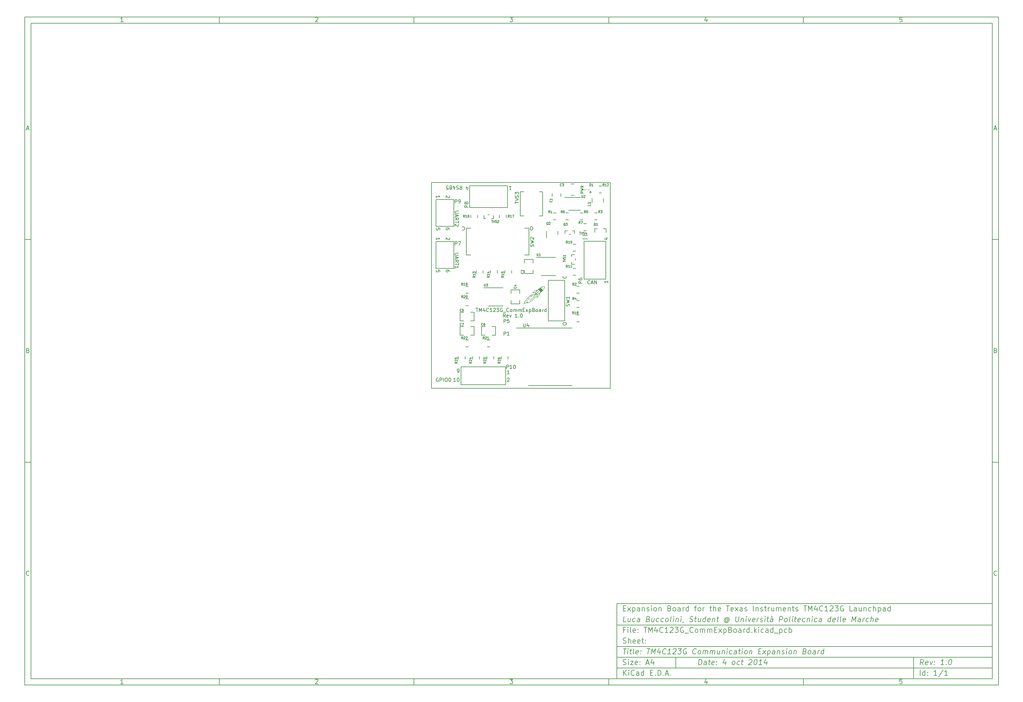
<source format=gto>
G04 (created by PCBNEW (2013-07-07 BZR 4022)-stable) date 10/4/2014 18:50:34*
%MOIN*%
G04 Gerber Fmt 3.4, Leading zero omitted, Abs format*
%FSLAX34Y34*%
G01*
G70*
G90*
G04 APERTURE LIST*
%ADD10C,0.00590551*%
%ADD11C,0.00625*%
%ADD12C,0.00629921*%
%ADD13C,0.0001*%
%ADD14C,0.00708661*%
%ADD15C,0.006*%
%ADD16C,0.008*%
G04 APERTURE END LIST*
G54D10*
X4000Y-4000D02*
X112930Y-4000D01*
X112930Y-78680D01*
X4000Y-78680D01*
X4000Y-4000D01*
X4700Y-4700D02*
X112230Y-4700D01*
X112230Y-77980D01*
X4700Y-77980D01*
X4700Y-4700D01*
X25780Y-4000D02*
X25780Y-4700D01*
X15032Y-4552D02*
X14747Y-4552D01*
X14890Y-4552D02*
X14890Y-4052D01*
X14842Y-4123D01*
X14794Y-4171D01*
X14747Y-4195D01*
X25780Y-78680D02*
X25780Y-77980D01*
X15032Y-78532D02*
X14747Y-78532D01*
X14890Y-78532D02*
X14890Y-78032D01*
X14842Y-78103D01*
X14794Y-78151D01*
X14747Y-78175D01*
X47560Y-4000D02*
X47560Y-4700D01*
X36527Y-4100D02*
X36550Y-4076D01*
X36598Y-4052D01*
X36717Y-4052D01*
X36765Y-4076D01*
X36789Y-4100D01*
X36812Y-4147D01*
X36812Y-4195D01*
X36789Y-4266D01*
X36503Y-4552D01*
X36812Y-4552D01*
X47560Y-78680D02*
X47560Y-77980D01*
X36527Y-78080D02*
X36550Y-78056D01*
X36598Y-78032D01*
X36717Y-78032D01*
X36765Y-78056D01*
X36789Y-78080D01*
X36812Y-78127D01*
X36812Y-78175D01*
X36789Y-78246D01*
X36503Y-78532D01*
X36812Y-78532D01*
X69340Y-4000D02*
X69340Y-4700D01*
X58283Y-4052D02*
X58592Y-4052D01*
X58426Y-4242D01*
X58497Y-4242D01*
X58545Y-4266D01*
X58569Y-4290D01*
X58592Y-4338D01*
X58592Y-4457D01*
X58569Y-4504D01*
X58545Y-4528D01*
X58497Y-4552D01*
X58354Y-4552D01*
X58307Y-4528D01*
X58283Y-4504D01*
X69340Y-78680D02*
X69340Y-77980D01*
X58283Y-78032D02*
X58592Y-78032D01*
X58426Y-78222D01*
X58497Y-78222D01*
X58545Y-78246D01*
X58569Y-78270D01*
X58592Y-78318D01*
X58592Y-78437D01*
X58569Y-78484D01*
X58545Y-78508D01*
X58497Y-78532D01*
X58354Y-78532D01*
X58307Y-78508D01*
X58283Y-78484D01*
X91120Y-4000D02*
X91120Y-4700D01*
X80325Y-4219D02*
X80325Y-4552D01*
X80206Y-4028D02*
X80087Y-4385D01*
X80396Y-4385D01*
X91120Y-78680D02*
X91120Y-77980D01*
X80325Y-78199D02*
X80325Y-78532D01*
X80206Y-78008D02*
X80087Y-78365D01*
X80396Y-78365D01*
X102129Y-4052D02*
X101890Y-4052D01*
X101867Y-4290D01*
X101890Y-4266D01*
X101938Y-4242D01*
X102057Y-4242D01*
X102105Y-4266D01*
X102129Y-4290D01*
X102152Y-4338D01*
X102152Y-4457D01*
X102129Y-4504D01*
X102105Y-4528D01*
X102057Y-4552D01*
X101938Y-4552D01*
X101890Y-4528D01*
X101867Y-4504D01*
X102129Y-78032D02*
X101890Y-78032D01*
X101867Y-78270D01*
X101890Y-78246D01*
X101938Y-78222D01*
X102057Y-78222D01*
X102105Y-78246D01*
X102129Y-78270D01*
X102152Y-78318D01*
X102152Y-78437D01*
X102129Y-78484D01*
X102105Y-78508D01*
X102057Y-78532D01*
X101938Y-78532D01*
X101890Y-78508D01*
X101867Y-78484D01*
X4000Y-28890D02*
X4700Y-28890D01*
X4230Y-16509D02*
X4469Y-16509D01*
X4183Y-16652D02*
X4350Y-16152D01*
X4516Y-16652D01*
X112930Y-28890D02*
X112230Y-28890D01*
X112460Y-16509D02*
X112699Y-16509D01*
X112413Y-16652D02*
X112580Y-16152D01*
X112746Y-16652D01*
X4000Y-53780D02*
X4700Y-53780D01*
X4385Y-41280D02*
X4457Y-41304D01*
X4480Y-41328D01*
X4504Y-41375D01*
X4504Y-41447D01*
X4480Y-41494D01*
X4457Y-41518D01*
X4409Y-41542D01*
X4219Y-41542D01*
X4219Y-41042D01*
X4385Y-41042D01*
X4433Y-41066D01*
X4457Y-41090D01*
X4480Y-41137D01*
X4480Y-41185D01*
X4457Y-41232D01*
X4433Y-41256D01*
X4385Y-41280D01*
X4219Y-41280D01*
X112930Y-53780D02*
X112230Y-53780D01*
X112615Y-41280D02*
X112687Y-41304D01*
X112710Y-41328D01*
X112734Y-41375D01*
X112734Y-41447D01*
X112710Y-41494D01*
X112687Y-41518D01*
X112639Y-41542D01*
X112449Y-41542D01*
X112449Y-41042D01*
X112615Y-41042D01*
X112663Y-41066D01*
X112687Y-41090D01*
X112710Y-41137D01*
X112710Y-41185D01*
X112687Y-41232D01*
X112663Y-41256D01*
X112615Y-41280D01*
X112449Y-41280D01*
X4504Y-66384D02*
X4480Y-66408D01*
X4409Y-66432D01*
X4361Y-66432D01*
X4290Y-66408D01*
X4242Y-66360D01*
X4219Y-66313D01*
X4195Y-66218D01*
X4195Y-66146D01*
X4219Y-66051D01*
X4242Y-66003D01*
X4290Y-65956D01*
X4361Y-65932D01*
X4409Y-65932D01*
X4480Y-65956D01*
X4504Y-65980D01*
X112734Y-66384D02*
X112710Y-66408D01*
X112639Y-66432D01*
X112591Y-66432D01*
X112520Y-66408D01*
X112472Y-66360D01*
X112449Y-66313D01*
X112425Y-66218D01*
X112425Y-66146D01*
X112449Y-66051D01*
X112472Y-66003D01*
X112520Y-65956D01*
X112591Y-65932D01*
X112639Y-65932D01*
X112710Y-65956D01*
X112734Y-65980D01*
X79380Y-76422D02*
X79455Y-75822D01*
X79597Y-75822D01*
X79680Y-75851D01*
X79730Y-75908D01*
X79751Y-75965D01*
X79765Y-76080D01*
X79755Y-76165D01*
X79712Y-76280D01*
X79676Y-76337D01*
X79612Y-76394D01*
X79522Y-76422D01*
X79380Y-76422D01*
X80237Y-76422D02*
X80276Y-76108D01*
X80255Y-76051D01*
X80201Y-76022D01*
X80087Y-76022D01*
X80026Y-76051D01*
X80240Y-76394D02*
X80180Y-76422D01*
X80037Y-76422D01*
X79983Y-76394D01*
X79962Y-76337D01*
X79969Y-76280D01*
X80005Y-76222D01*
X80065Y-76194D01*
X80208Y-76194D01*
X80269Y-76165D01*
X80487Y-76022D02*
X80715Y-76022D01*
X80597Y-75822D02*
X80533Y-76337D01*
X80555Y-76394D01*
X80608Y-76422D01*
X80665Y-76422D01*
X81097Y-76394D02*
X81037Y-76422D01*
X80922Y-76422D01*
X80869Y-76394D01*
X80847Y-76337D01*
X80876Y-76108D01*
X80912Y-76051D01*
X80972Y-76022D01*
X81087Y-76022D01*
X81140Y-76051D01*
X81162Y-76108D01*
X81155Y-76165D01*
X80862Y-76222D01*
X81387Y-76365D02*
X81412Y-76394D01*
X81380Y-76422D01*
X81355Y-76394D01*
X81387Y-76365D01*
X81380Y-76422D01*
X81426Y-76051D02*
X81451Y-76080D01*
X81419Y-76108D01*
X81394Y-76080D01*
X81426Y-76051D01*
X81419Y-76108D01*
X82430Y-76022D02*
X82380Y-76422D01*
X82315Y-75794D02*
X82119Y-76222D01*
X82490Y-76222D01*
X83237Y-76422D02*
X83183Y-76394D01*
X83158Y-76365D01*
X83137Y-76308D01*
X83158Y-76137D01*
X83194Y-76080D01*
X83226Y-76051D01*
X83287Y-76022D01*
X83372Y-76022D01*
X83426Y-76051D01*
X83451Y-76080D01*
X83472Y-76137D01*
X83451Y-76308D01*
X83415Y-76365D01*
X83383Y-76394D01*
X83322Y-76422D01*
X83237Y-76422D01*
X83955Y-76394D02*
X83894Y-76422D01*
X83780Y-76422D01*
X83726Y-76394D01*
X83701Y-76365D01*
X83680Y-76308D01*
X83701Y-76137D01*
X83737Y-76080D01*
X83769Y-76051D01*
X83830Y-76022D01*
X83944Y-76022D01*
X83997Y-76051D01*
X84172Y-76022D02*
X84401Y-76022D01*
X84283Y-75822D02*
X84219Y-76337D01*
X84240Y-76394D01*
X84294Y-76422D01*
X84351Y-76422D01*
X85047Y-75880D02*
X85080Y-75851D01*
X85140Y-75822D01*
X85283Y-75822D01*
X85337Y-75851D01*
X85362Y-75880D01*
X85383Y-75937D01*
X85376Y-75994D01*
X85337Y-76080D01*
X84951Y-76422D01*
X85322Y-76422D01*
X85769Y-75822D02*
X85826Y-75822D01*
X85880Y-75851D01*
X85905Y-75880D01*
X85926Y-75937D01*
X85940Y-76051D01*
X85922Y-76194D01*
X85880Y-76308D01*
X85844Y-76365D01*
X85812Y-76394D01*
X85751Y-76422D01*
X85694Y-76422D01*
X85640Y-76394D01*
X85615Y-76365D01*
X85594Y-76308D01*
X85580Y-76194D01*
X85597Y-76051D01*
X85640Y-75937D01*
X85676Y-75880D01*
X85708Y-75851D01*
X85769Y-75822D01*
X86465Y-76422D02*
X86122Y-76422D01*
X86294Y-76422D02*
X86369Y-75822D01*
X86301Y-75908D01*
X86237Y-75965D01*
X86176Y-75994D01*
X87030Y-76022D02*
X86980Y-76422D01*
X86915Y-75794D02*
X86719Y-76222D01*
X87090Y-76222D01*
X70972Y-77622D02*
X70972Y-77022D01*
X71315Y-77622D02*
X71058Y-77280D01*
X71315Y-77022D02*
X70972Y-77365D01*
X71572Y-77622D02*
X71572Y-77222D01*
X71572Y-77022D02*
X71544Y-77051D01*
X71572Y-77080D01*
X71601Y-77051D01*
X71572Y-77022D01*
X71572Y-77080D01*
X72201Y-77565D02*
X72172Y-77594D01*
X72087Y-77622D01*
X72030Y-77622D01*
X71944Y-77594D01*
X71887Y-77537D01*
X71858Y-77480D01*
X71830Y-77365D01*
X71830Y-77280D01*
X71858Y-77165D01*
X71887Y-77108D01*
X71944Y-77051D01*
X72030Y-77022D01*
X72087Y-77022D01*
X72172Y-77051D01*
X72201Y-77080D01*
X72715Y-77622D02*
X72715Y-77308D01*
X72687Y-77251D01*
X72630Y-77222D01*
X72515Y-77222D01*
X72458Y-77251D01*
X72715Y-77594D02*
X72658Y-77622D01*
X72515Y-77622D01*
X72458Y-77594D01*
X72430Y-77537D01*
X72430Y-77480D01*
X72458Y-77422D01*
X72515Y-77394D01*
X72658Y-77394D01*
X72715Y-77365D01*
X73258Y-77622D02*
X73258Y-77022D01*
X73258Y-77594D02*
X73201Y-77622D01*
X73087Y-77622D01*
X73030Y-77594D01*
X73001Y-77565D01*
X72972Y-77508D01*
X72972Y-77337D01*
X73001Y-77280D01*
X73030Y-77251D01*
X73087Y-77222D01*
X73201Y-77222D01*
X73258Y-77251D01*
X74001Y-77308D02*
X74201Y-77308D01*
X74287Y-77622D02*
X74001Y-77622D01*
X74001Y-77022D01*
X74287Y-77022D01*
X74544Y-77565D02*
X74572Y-77594D01*
X74544Y-77622D01*
X74515Y-77594D01*
X74544Y-77565D01*
X74544Y-77622D01*
X74829Y-77622D02*
X74829Y-77022D01*
X74972Y-77022D01*
X75058Y-77051D01*
X75115Y-77108D01*
X75144Y-77165D01*
X75172Y-77280D01*
X75172Y-77365D01*
X75144Y-77480D01*
X75115Y-77537D01*
X75058Y-77594D01*
X74972Y-77622D01*
X74829Y-77622D01*
X75429Y-77565D02*
X75458Y-77594D01*
X75429Y-77622D01*
X75401Y-77594D01*
X75429Y-77565D01*
X75429Y-77622D01*
X75687Y-77451D02*
X75972Y-77451D01*
X75629Y-77622D02*
X75829Y-77022D01*
X76029Y-77622D01*
X76229Y-77565D02*
X76258Y-77594D01*
X76229Y-77622D01*
X76201Y-77594D01*
X76229Y-77565D01*
X76229Y-77622D01*
X104522Y-76422D02*
X104358Y-76137D01*
X104180Y-76422D02*
X104255Y-75822D01*
X104483Y-75822D01*
X104537Y-75851D01*
X104562Y-75880D01*
X104583Y-75937D01*
X104572Y-76022D01*
X104537Y-76080D01*
X104505Y-76108D01*
X104444Y-76137D01*
X104215Y-76137D01*
X105012Y-76394D02*
X104951Y-76422D01*
X104837Y-76422D01*
X104783Y-76394D01*
X104762Y-76337D01*
X104790Y-76108D01*
X104826Y-76051D01*
X104887Y-76022D01*
X105001Y-76022D01*
X105055Y-76051D01*
X105076Y-76108D01*
X105069Y-76165D01*
X104776Y-76222D01*
X105287Y-76022D02*
X105380Y-76422D01*
X105572Y-76022D01*
X105758Y-76365D02*
X105783Y-76394D01*
X105751Y-76422D01*
X105726Y-76394D01*
X105758Y-76365D01*
X105751Y-76422D01*
X105797Y-76051D02*
X105822Y-76080D01*
X105790Y-76108D01*
X105765Y-76080D01*
X105797Y-76051D01*
X105790Y-76108D01*
X106808Y-76422D02*
X106465Y-76422D01*
X106637Y-76422D02*
X106712Y-75822D01*
X106644Y-75908D01*
X106580Y-75965D01*
X106519Y-75994D01*
X107072Y-76365D02*
X107097Y-76394D01*
X107065Y-76422D01*
X107040Y-76394D01*
X107072Y-76365D01*
X107065Y-76422D01*
X107540Y-75822D02*
X107597Y-75822D01*
X107651Y-75851D01*
X107676Y-75880D01*
X107697Y-75937D01*
X107712Y-76051D01*
X107694Y-76194D01*
X107651Y-76308D01*
X107615Y-76365D01*
X107583Y-76394D01*
X107522Y-76422D01*
X107465Y-76422D01*
X107412Y-76394D01*
X107387Y-76365D01*
X107365Y-76308D01*
X107351Y-76194D01*
X107369Y-76051D01*
X107412Y-75937D01*
X107447Y-75880D01*
X107480Y-75851D01*
X107540Y-75822D01*
X70944Y-76394D02*
X71030Y-76422D01*
X71172Y-76422D01*
X71230Y-76394D01*
X71258Y-76365D01*
X71287Y-76308D01*
X71287Y-76251D01*
X71258Y-76194D01*
X71230Y-76165D01*
X71172Y-76137D01*
X71058Y-76108D01*
X71001Y-76080D01*
X70972Y-76051D01*
X70944Y-75994D01*
X70944Y-75937D01*
X70972Y-75880D01*
X71001Y-75851D01*
X71058Y-75822D01*
X71201Y-75822D01*
X71287Y-75851D01*
X71544Y-76422D02*
X71544Y-76022D01*
X71544Y-75822D02*
X71515Y-75851D01*
X71544Y-75880D01*
X71572Y-75851D01*
X71544Y-75822D01*
X71544Y-75880D01*
X71772Y-76022D02*
X72087Y-76022D01*
X71772Y-76422D01*
X72087Y-76422D01*
X72544Y-76394D02*
X72487Y-76422D01*
X72372Y-76422D01*
X72315Y-76394D01*
X72287Y-76337D01*
X72287Y-76108D01*
X72315Y-76051D01*
X72372Y-76022D01*
X72487Y-76022D01*
X72544Y-76051D01*
X72572Y-76108D01*
X72572Y-76165D01*
X72287Y-76222D01*
X72830Y-76365D02*
X72858Y-76394D01*
X72830Y-76422D01*
X72801Y-76394D01*
X72830Y-76365D01*
X72830Y-76422D01*
X72830Y-76051D02*
X72858Y-76080D01*
X72830Y-76108D01*
X72801Y-76080D01*
X72830Y-76051D01*
X72830Y-76108D01*
X73544Y-76251D02*
X73830Y-76251D01*
X73487Y-76422D02*
X73687Y-75822D01*
X73887Y-76422D01*
X74344Y-76022D02*
X74344Y-76422D01*
X74201Y-75794D02*
X74058Y-76222D01*
X74430Y-76222D01*
X104172Y-77622D02*
X104172Y-77022D01*
X104715Y-77622D02*
X104715Y-77022D01*
X104715Y-77594D02*
X104658Y-77622D01*
X104544Y-77622D01*
X104487Y-77594D01*
X104458Y-77565D01*
X104430Y-77508D01*
X104430Y-77337D01*
X104458Y-77280D01*
X104487Y-77251D01*
X104544Y-77222D01*
X104658Y-77222D01*
X104715Y-77251D01*
X105001Y-77565D02*
X105030Y-77594D01*
X105001Y-77622D01*
X104972Y-77594D01*
X105001Y-77565D01*
X105001Y-77622D01*
X105001Y-77251D02*
X105030Y-77280D01*
X105001Y-77308D01*
X104972Y-77280D01*
X105001Y-77251D01*
X105001Y-77308D01*
X106058Y-77622D02*
X105715Y-77622D01*
X105887Y-77622D02*
X105887Y-77022D01*
X105829Y-77108D01*
X105772Y-77165D01*
X105715Y-77194D01*
X106744Y-76994D02*
X106230Y-77765D01*
X107258Y-77622D02*
X106915Y-77622D01*
X107087Y-77622D02*
X107087Y-77022D01*
X107029Y-77108D01*
X106972Y-77165D01*
X106915Y-77194D01*
X70969Y-74622D02*
X71312Y-74622D01*
X71065Y-75222D02*
X71140Y-74622D01*
X71437Y-75222D02*
X71487Y-74822D01*
X71512Y-74622D02*
X71480Y-74651D01*
X71505Y-74680D01*
X71537Y-74651D01*
X71512Y-74622D01*
X71505Y-74680D01*
X71687Y-74822D02*
X71915Y-74822D01*
X71797Y-74622D02*
X71733Y-75137D01*
X71755Y-75194D01*
X71808Y-75222D01*
X71865Y-75222D01*
X72151Y-75222D02*
X72097Y-75194D01*
X72076Y-75137D01*
X72140Y-74622D01*
X72612Y-75194D02*
X72551Y-75222D01*
X72437Y-75222D01*
X72383Y-75194D01*
X72362Y-75137D01*
X72390Y-74908D01*
X72426Y-74851D01*
X72487Y-74822D01*
X72601Y-74822D01*
X72655Y-74851D01*
X72676Y-74908D01*
X72669Y-74965D01*
X72376Y-75022D01*
X72901Y-75165D02*
X72926Y-75194D01*
X72894Y-75222D01*
X72869Y-75194D01*
X72901Y-75165D01*
X72894Y-75222D01*
X72940Y-74851D02*
X72965Y-74880D01*
X72933Y-74908D01*
X72908Y-74880D01*
X72940Y-74851D01*
X72933Y-74908D01*
X73626Y-74622D02*
X73969Y-74622D01*
X73722Y-75222D02*
X73797Y-74622D01*
X74094Y-75222D02*
X74169Y-74622D01*
X74315Y-75051D01*
X74569Y-74622D01*
X74494Y-75222D01*
X75087Y-74822D02*
X75037Y-75222D01*
X74972Y-74594D02*
X74776Y-75022D01*
X75147Y-75022D01*
X75701Y-75165D02*
X75669Y-75194D01*
X75580Y-75222D01*
X75522Y-75222D01*
X75440Y-75194D01*
X75390Y-75137D01*
X75369Y-75080D01*
X75355Y-74965D01*
X75365Y-74880D01*
X75408Y-74765D01*
X75444Y-74708D01*
X75508Y-74651D01*
X75597Y-74622D01*
X75655Y-74622D01*
X75737Y-74651D01*
X75762Y-74680D01*
X76265Y-75222D02*
X75922Y-75222D01*
X76094Y-75222D02*
X76169Y-74622D01*
X76101Y-74708D01*
X76037Y-74765D01*
X75976Y-74794D01*
X76562Y-74680D02*
X76594Y-74651D01*
X76655Y-74622D01*
X76797Y-74622D01*
X76851Y-74651D01*
X76876Y-74680D01*
X76897Y-74737D01*
X76890Y-74794D01*
X76851Y-74880D01*
X76465Y-75222D01*
X76837Y-75222D01*
X77112Y-74622D02*
X77483Y-74622D01*
X77255Y-74851D01*
X77340Y-74851D01*
X77394Y-74880D01*
X77419Y-74908D01*
X77440Y-74965D01*
X77422Y-75108D01*
X77387Y-75165D01*
X77355Y-75194D01*
X77294Y-75222D01*
X77122Y-75222D01*
X77069Y-75194D01*
X77044Y-75165D01*
X78051Y-74651D02*
X77997Y-74622D01*
X77912Y-74622D01*
X77822Y-74651D01*
X77758Y-74708D01*
X77722Y-74765D01*
X77680Y-74880D01*
X77669Y-74965D01*
X77683Y-75080D01*
X77705Y-75137D01*
X77755Y-75194D01*
X77837Y-75222D01*
X77894Y-75222D01*
X77983Y-75194D01*
X78015Y-75165D01*
X78040Y-74965D01*
X77926Y-74965D01*
X79072Y-75165D02*
X79040Y-75194D01*
X78951Y-75222D01*
X78894Y-75222D01*
X78812Y-75194D01*
X78762Y-75137D01*
X78740Y-75080D01*
X78726Y-74965D01*
X78737Y-74880D01*
X78780Y-74765D01*
X78815Y-74708D01*
X78880Y-74651D01*
X78969Y-74622D01*
X79026Y-74622D01*
X79108Y-74651D01*
X79133Y-74680D01*
X79408Y-75222D02*
X79355Y-75194D01*
X79330Y-75165D01*
X79308Y-75108D01*
X79330Y-74937D01*
X79365Y-74880D01*
X79397Y-74851D01*
X79458Y-74822D01*
X79544Y-74822D01*
X79597Y-74851D01*
X79622Y-74880D01*
X79644Y-74937D01*
X79622Y-75108D01*
X79587Y-75165D01*
X79555Y-75194D01*
X79494Y-75222D01*
X79408Y-75222D01*
X79865Y-75222D02*
X79915Y-74822D01*
X79908Y-74880D02*
X79940Y-74851D01*
X80001Y-74822D01*
X80087Y-74822D01*
X80140Y-74851D01*
X80162Y-74908D01*
X80122Y-75222D01*
X80162Y-74908D02*
X80197Y-74851D01*
X80258Y-74822D01*
X80344Y-74822D01*
X80397Y-74851D01*
X80419Y-74908D01*
X80380Y-75222D01*
X80665Y-75222D02*
X80715Y-74822D01*
X80708Y-74880D02*
X80740Y-74851D01*
X80801Y-74822D01*
X80887Y-74822D01*
X80940Y-74851D01*
X80962Y-74908D01*
X80922Y-75222D01*
X80962Y-74908D02*
X80997Y-74851D01*
X81058Y-74822D01*
X81144Y-74822D01*
X81197Y-74851D01*
X81219Y-74908D01*
X81180Y-75222D01*
X81772Y-74822D02*
X81722Y-75222D01*
X81515Y-74822D02*
X81476Y-75137D01*
X81497Y-75194D01*
X81551Y-75222D01*
X81637Y-75222D01*
X81697Y-75194D01*
X81730Y-75165D01*
X82058Y-74822D02*
X82008Y-75222D01*
X82051Y-74880D02*
X82083Y-74851D01*
X82144Y-74822D01*
X82230Y-74822D01*
X82283Y-74851D01*
X82305Y-74908D01*
X82265Y-75222D01*
X82551Y-75222D02*
X82601Y-74822D01*
X82626Y-74622D02*
X82594Y-74651D01*
X82619Y-74680D01*
X82651Y-74651D01*
X82626Y-74622D01*
X82619Y-74680D01*
X83097Y-75194D02*
X83037Y-75222D01*
X82922Y-75222D01*
X82869Y-75194D01*
X82844Y-75165D01*
X82822Y-75108D01*
X82844Y-74937D01*
X82880Y-74880D01*
X82912Y-74851D01*
X82972Y-74822D01*
X83087Y-74822D01*
X83140Y-74851D01*
X83608Y-75222D02*
X83647Y-74908D01*
X83626Y-74851D01*
X83572Y-74822D01*
X83458Y-74822D01*
X83397Y-74851D01*
X83612Y-75194D02*
X83551Y-75222D01*
X83408Y-75222D01*
X83355Y-75194D01*
X83333Y-75137D01*
X83340Y-75080D01*
X83376Y-75022D01*
X83437Y-74994D01*
X83580Y-74994D01*
X83640Y-74965D01*
X83858Y-74822D02*
X84087Y-74822D01*
X83969Y-74622D02*
X83905Y-75137D01*
X83926Y-75194D01*
X83980Y-75222D01*
X84037Y-75222D01*
X84237Y-75222D02*
X84287Y-74822D01*
X84312Y-74622D02*
X84280Y-74651D01*
X84305Y-74680D01*
X84337Y-74651D01*
X84312Y-74622D01*
X84305Y-74680D01*
X84608Y-75222D02*
X84555Y-75194D01*
X84530Y-75165D01*
X84508Y-75108D01*
X84530Y-74937D01*
X84565Y-74880D01*
X84597Y-74851D01*
X84658Y-74822D01*
X84744Y-74822D01*
X84797Y-74851D01*
X84822Y-74880D01*
X84844Y-74937D01*
X84822Y-75108D01*
X84787Y-75165D01*
X84755Y-75194D01*
X84694Y-75222D01*
X84608Y-75222D01*
X85115Y-74822D02*
X85065Y-75222D01*
X85108Y-74880D02*
X85140Y-74851D01*
X85201Y-74822D01*
X85287Y-74822D01*
X85340Y-74851D01*
X85362Y-74908D01*
X85322Y-75222D01*
X86105Y-74908D02*
X86305Y-74908D01*
X86351Y-75222D02*
X86065Y-75222D01*
X86140Y-74622D01*
X86426Y-74622D01*
X86551Y-75222D02*
X86915Y-74822D01*
X86601Y-74822D02*
X86865Y-75222D01*
X87144Y-74822D02*
X87069Y-75422D01*
X87140Y-74851D02*
X87201Y-74822D01*
X87315Y-74822D01*
X87369Y-74851D01*
X87394Y-74880D01*
X87415Y-74937D01*
X87394Y-75108D01*
X87358Y-75165D01*
X87326Y-75194D01*
X87265Y-75222D01*
X87151Y-75222D01*
X87097Y-75194D01*
X87894Y-75222D02*
X87933Y-74908D01*
X87912Y-74851D01*
X87858Y-74822D01*
X87744Y-74822D01*
X87683Y-74851D01*
X87897Y-75194D02*
X87837Y-75222D01*
X87694Y-75222D01*
X87640Y-75194D01*
X87619Y-75137D01*
X87626Y-75080D01*
X87662Y-75022D01*
X87722Y-74994D01*
X87865Y-74994D01*
X87926Y-74965D01*
X88230Y-74822D02*
X88180Y-75222D01*
X88222Y-74880D02*
X88255Y-74851D01*
X88315Y-74822D01*
X88401Y-74822D01*
X88455Y-74851D01*
X88476Y-74908D01*
X88437Y-75222D01*
X88697Y-75194D02*
X88751Y-75222D01*
X88865Y-75222D01*
X88926Y-75194D01*
X88962Y-75137D01*
X88965Y-75108D01*
X88944Y-75051D01*
X88890Y-75022D01*
X88805Y-75022D01*
X88751Y-74994D01*
X88730Y-74937D01*
X88733Y-74908D01*
X88769Y-74851D01*
X88830Y-74822D01*
X88915Y-74822D01*
X88969Y-74851D01*
X89208Y-75222D02*
X89258Y-74822D01*
X89283Y-74622D02*
X89251Y-74651D01*
X89276Y-74680D01*
X89308Y-74651D01*
X89283Y-74622D01*
X89276Y-74680D01*
X89579Y-75222D02*
X89526Y-75194D01*
X89501Y-75165D01*
X89480Y-75108D01*
X89501Y-74937D01*
X89537Y-74880D01*
X89569Y-74851D01*
X89629Y-74822D01*
X89715Y-74822D01*
X89769Y-74851D01*
X89794Y-74880D01*
X89815Y-74937D01*
X89794Y-75108D01*
X89758Y-75165D01*
X89726Y-75194D01*
X89665Y-75222D01*
X89579Y-75222D01*
X90087Y-74822D02*
X90037Y-75222D01*
X90079Y-74880D02*
X90112Y-74851D01*
X90172Y-74822D01*
X90258Y-74822D01*
X90312Y-74851D01*
X90333Y-74908D01*
X90294Y-75222D01*
X91276Y-74908D02*
X91358Y-74937D01*
X91383Y-74965D01*
X91404Y-75022D01*
X91394Y-75108D01*
X91358Y-75165D01*
X91326Y-75194D01*
X91265Y-75222D01*
X91037Y-75222D01*
X91112Y-74622D01*
X91312Y-74622D01*
X91365Y-74651D01*
X91390Y-74680D01*
X91412Y-74737D01*
X91404Y-74794D01*
X91369Y-74851D01*
X91337Y-74880D01*
X91276Y-74908D01*
X91076Y-74908D01*
X91722Y-75222D02*
X91669Y-75194D01*
X91644Y-75165D01*
X91622Y-75108D01*
X91644Y-74937D01*
X91679Y-74880D01*
X91712Y-74851D01*
X91772Y-74822D01*
X91858Y-74822D01*
X91912Y-74851D01*
X91937Y-74880D01*
X91958Y-74937D01*
X91937Y-75108D01*
X91901Y-75165D01*
X91869Y-75194D01*
X91808Y-75222D01*
X91722Y-75222D01*
X92437Y-75222D02*
X92476Y-74908D01*
X92454Y-74851D01*
X92401Y-74822D01*
X92287Y-74822D01*
X92226Y-74851D01*
X92440Y-75194D02*
X92379Y-75222D01*
X92237Y-75222D01*
X92183Y-75194D01*
X92162Y-75137D01*
X92169Y-75080D01*
X92204Y-75022D01*
X92265Y-74994D01*
X92408Y-74994D01*
X92469Y-74965D01*
X92722Y-75222D02*
X92772Y-74822D01*
X92758Y-74937D02*
X92794Y-74880D01*
X92826Y-74851D01*
X92887Y-74822D01*
X92944Y-74822D01*
X93351Y-75222D02*
X93426Y-74622D01*
X93354Y-75194D02*
X93294Y-75222D01*
X93179Y-75222D01*
X93126Y-75194D01*
X93101Y-75165D01*
X93080Y-75108D01*
X93101Y-74937D01*
X93137Y-74880D01*
X93169Y-74851D01*
X93229Y-74822D01*
X93344Y-74822D01*
X93397Y-74851D01*
X71172Y-72508D02*
X70972Y-72508D01*
X70972Y-72822D02*
X70972Y-72222D01*
X71258Y-72222D01*
X71487Y-72822D02*
X71487Y-72422D01*
X71487Y-72222D02*
X71458Y-72251D01*
X71487Y-72280D01*
X71515Y-72251D01*
X71487Y-72222D01*
X71487Y-72280D01*
X71858Y-72822D02*
X71801Y-72794D01*
X71772Y-72737D01*
X71772Y-72222D01*
X72315Y-72794D02*
X72258Y-72822D01*
X72144Y-72822D01*
X72087Y-72794D01*
X72058Y-72737D01*
X72058Y-72508D01*
X72087Y-72451D01*
X72144Y-72422D01*
X72258Y-72422D01*
X72315Y-72451D01*
X72344Y-72508D01*
X72344Y-72565D01*
X72058Y-72622D01*
X72601Y-72765D02*
X72630Y-72794D01*
X72601Y-72822D01*
X72572Y-72794D01*
X72601Y-72765D01*
X72601Y-72822D01*
X72601Y-72451D02*
X72630Y-72480D01*
X72601Y-72508D01*
X72572Y-72480D01*
X72601Y-72451D01*
X72601Y-72508D01*
X73258Y-72222D02*
X73601Y-72222D01*
X73430Y-72822D02*
X73430Y-72222D01*
X73801Y-72822D02*
X73801Y-72222D01*
X74001Y-72651D01*
X74201Y-72222D01*
X74201Y-72822D01*
X74744Y-72422D02*
X74744Y-72822D01*
X74601Y-72194D02*
X74458Y-72622D01*
X74830Y-72622D01*
X75401Y-72765D02*
X75372Y-72794D01*
X75287Y-72822D01*
X75230Y-72822D01*
X75144Y-72794D01*
X75087Y-72737D01*
X75058Y-72680D01*
X75030Y-72565D01*
X75030Y-72480D01*
X75058Y-72365D01*
X75087Y-72308D01*
X75144Y-72251D01*
X75230Y-72222D01*
X75287Y-72222D01*
X75372Y-72251D01*
X75401Y-72280D01*
X75972Y-72822D02*
X75630Y-72822D01*
X75801Y-72822D02*
X75801Y-72222D01*
X75744Y-72308D01*
X75687Y-72365D01*
X75630Y-72394D01*
X76201Y-72280D02*
X76230Y-72251D01*
X76287Y-72222D01*
X76430Y-72222D01*
X76487Y-72251D01*
X76515Y-72280D01*
X76544Y-72337D01*
X76544Y-72394D01*
X76515Y-72480D01*
X76172Y-72822D01*
X76544Y-72822D01*
X76744Y-72222D02*
X77115Y-72222D01*
X76915Y-72451D01*
X77001Y-72451D01*
X77058Y-72480D01*
X77087Y-72508D01*
X77115Y-72565D01*
X77115Y-72708D01*
X77087Y-72765D01*
X77058Y-72794D01*
X77001Y-72822D01*
X76830Y-72822D01*
X76772Y-72794D01*
X76744Y-72765D01*
X77687Y-72251D02*
X77630Y-72222D01*
X77544Y-72222D01*
X77458Y-72251D01*
X77401Y-72308D01*
X77372Y-72365D01*
X77344Y-72480D01*
X77344Y-72565D01*
X77372Y-72680D01*
X77401Y-72737D01*
X77458Y-72794D01*
X77544Y-72822D01*
X77601Y-72822D01*
X77687Y-72794D01*
X77715Y-72765D01*
X77715Y-72565D01*
X77601Y-72565D01*
X77830Y-72880D02*
X78287Y-72880D01*
X78772Y-72765D02*
X78744Y-72794D01*
X78658Y-72822D01*
X78601Y-72822D01*
X78515Y-72794D01*
X78458Y-72737D01*
X78430Y-72680D01*
X78401Y-72565D01*
X78401Y-72480D01*
X78430Y-72365D01*
X78458Y-72308D01*
X78515Y-72251D01*
X78601Y-72222D01*
X78658Y-72222D01*
X78744Y-72251D01*
X78772Y-72280D01*
X79115Y-72822D02*
X79058Y-72794D01*
X79030Y-72765D01*
X79001Y-72708D01*
X79001Y-72537D01*
X79030Y-72480D01*
X79058Y-72451D01*
X79115Y-72422D01*
X79201Y-72422D01*
X79258Y-72451D01*
X79287Y-72480D01*
X79315Y-72537D01*
X79315Y-72708D01*
X79287Y-72765D01*
X79258Y-72794D01*
X79201Y-72822D01*
X79115Y-72822D01*
X79572Y-72822D02*
X79572Y-72422D01*
X79572Y-72480D02*
X79601Y-72451D01*
X79658Y-72422D01*
X79744Y-72422D01*
X79801Y-72451D01*
X79830Y-72508D01*
X79830Y-72822D01*
X79830Y-72508D02*
X79858Y-72451D01*
X79915Y-72422D01*
X80001Y-72422D01*
X80058Y-72451D01*
X80087Y-72508D01*
X80087Y-72822D01*
X80372Y-72822D02*
X80372Y-72422D01*
X80372Y-72480D02*
X80401Y-72451D01*
X80458Y-72422D01*
X80544Y-72422D01*
X80601Y-72451D01*
X80630Y-72508D01*
X80630Y-72822D01*
X80630Y-72508D02*
X80658Y-72451D01*
X80715Y-72422D01*
X80801Y-72422D01*
X80858Y-72451D01*
X80887Y-72508D01*
X80887Y-72822D01*
X81172Y-72508D02*
X81372Y-72508D01*
X81458Y-72822D02*
X81172Y-72822D01*
X81172Y-72222D01*
X81458Y-72222D01*
X81658Y-72822D02*
X81972Y-72422D01*
X81658Y-72422D02*
X81972Y-72822D01*
X82201Y-72422D02*
X82201Y-73022D01*
X82201Y-72451D02*
X82258Y-72422D01*
X82372Y-72422D01*
X82430Y-72451D01*
X82458Y-72480D01*
X82487Y-72537D01*
X82487Y-72708D01*
X82458Y-72765D01*
X82430Y-72794D01*
X82372Y-72822D01*
X82258Y-72822D01*
X82201Y-72794D01*
X82944Y-72508D02*
X83030Y-72537D01*
X83058Y-72565D01*
X83087Y-72622D01*
X83087Y-72708D01*
X83058Y-72765D01*
X83030Y-72794D01*
X82972Y-72822D01*
X82744Y-72822D01*
X82744Y-72222D01*
X82944Y-72222D01*
X83001Y-72251D01*
X83030Y-72280D01*
X83058Y-72337D01*
X83058Y-72394D01*
X83030Y-72451D01*
X83001Y-72480D01*
X82944Y-72508D01*
X82744Y-72508D01*
X83430Y-72822D02*
X83372Y-72794D01*
X83344Y-72765D01*
X83315Y-72708D01*
X83315Y-72537D01*
X83344Y-72480D01*
X83372Y-72451D01*
X83430Y-72422D01*
X83515Y-72422D01*
X83572Y-72451D01*
X83601Y-72480D01*
X83630Y-72537D01*
X83630Y-72708D01*
X83601Y-72765D01*
X83572Y-72794D01*
X83515Y-72822D01*
X83430Y-72822D01*
X84144Y-72822D02*
X84144Y-72508D01*
X84115Y-72451D01*
X84058Y-72422D01*
X83944Y-72422D01*
X83887Y-72451D01*
X84144Y-72794D02*
X84087Y-72822D01*
X83944Y-72822D01*
X83887Y-72794D01*
X83858Y-72737D01*
X83858Y-72680D01*
X83887Y-72622D01*
X83944Y-72594D01*
X84087Y-72594D01*
X84144Y-72565D01*
X84430Y-72822D02*
X84430Y-72422D01*
X84430Y-72537D02*
X84458Y-72480D01*
X84487Y-72451D01*
X84544Y-72422D01*
X84601Y-72422D01*
X85058Y-72822D02*
X85058Y-72222D01*
X85058Y-72794D02*
X85001Y-72822D01*
X84887Y-72822D01*
X84830Y-72794D01*
X84801Y-72765D01*
X84772Y-72708D01*
X84772Y-72537D01*
X84801Y-72480D01*
X84830Y-72451D01*
X84887Y-72422D01*
X85001Y-72422D01*
X85058Y-72451D01*
X85344Y-72765D02*
X85372Y-72794D01*
X85344Y-72822D01*
X85315Y-72794D01*
X85344Y-72765D01*
X85344Y-72822D01*
X85630Y-72822D02*
X85630Y-72222D01*
X85687Y-72594D02*
X85858Y-72822D01*
X85858Y-72422D02*
X85630Y-72651D01*
X86115Y-72822D02*
X86115Y-72422D01*
X86115Y-72222D02*
X86087Y-72251D01*
X86115Y-72280D01*
X86144Y-72251D01*
X86115Y-72222D01*
X86115Y-72280D01*
X86658Y-72794D02*
X86601Y-72822D01*
X86487Y-72822D01*
X86430Y-72794D01*
X86401Y-72765D01*
X86372Y-72708D01*
X86372Y-72537D01*
X86401Y-72480D01*
X86430Y-72451D01*
X86487Y-72422D01*
X86601Y-72422D01*
X86658Y-72451D01*
X87172Y-72822D02*
X87172Y-72508D01*
X87144Y-72451D01*
X87087Y-72422D01*
X86972Y-72422D01*
X86915Y-72451D01*
X87172Y-72794D02*
X87115Y-72822D01*
X86972Y-72822D01*
X86915Y-72794D01*
X86887Y-72737D01*
X86887Y-72680D01*
X86915Y-72622D01*
X86972Y-72594D01*
X87115Y-72594D01*
X87172Y-72565D01*
X87715Y-72822D02*
X87715Y-72222D01*
X87715Y-72794D02*
X87658Y-72822D01*
X87544Y-72822D01*
X87487Y-72794D01*
X87458Y-72765D01*
X87430Y-72708D01*
X87430Y-72537D01*
X87458Y-72480D01*
X87487Y-72451D01*
X87544Y-72422D01*
X87658Y-72422D01*
X87715Y-72451D01*
X87858Y-72880D02*
X88315Y-72880D01*
X88458Y-72422D02*
X88458Y-73022D01*
X88458Y-72451D02*
X88515Y-72422D01*
X88630Y-72422D01*
X88687Y-72451D01*
X88715Y-72480D01*
X88744Y-72537D01*
X88744Y-72708D01*
X88715Y-72765D01*
X88687Y-72794D01*
X88630Y-72822D01*
X88515Y-72822D01*
X88458Y-72794D01*
X89258Y-72794D02*
X89201Y-72822D01*
X89087Y-72822D01*
X89030Y-72794D01*
X89001Y-72765D01*
X88972Y-72708D01*
X88972Y-72537D01*
X89001Y-72480D01*
X89030Y-72451D01*
X89087Y-72422D01*
X89201Y-72422D01*
X89258Y-72451D01*
X89515Y-72822D02*
X89515Y-72222D01*
X89515Y-72451D02*
X89572Y-72422D01*
X89687Y-72422D01*
X89744Y-72451D01*
X89772Y-72480D01*
X89801Y-72537D01*
X89801Y-72708D01*
X89772Y-72765D01*
X89744Y-72794D01*
X89687Y-72822D01*
X89572Y-72822D01*
X89515Y-72794D01*
X70944Y-73994D02*
X71030Y-74022D01*
X71172Y-74022D01*
X71230Y-73994D01*
X71258Y-73965D01*
X71287Y-73908D01*
X71287Y-73851D01*
X71258Y-73794D01*
X71230Y-73765D01*
X71172Y-73737D01*
X71058Y-73708D01*
X71001Y-73680D01*
X70972Y-73651D01*
X70944Y-73594D01*
X70944Y-73537D01*
X70972Y-73480D01*
X71001Y-73451D01*
X71058Y-73422D01*
X71201Y-73422D01*
X71287Y-73451D01*
X71544Y-74022D02*
X71544Y-73422D01*
X71801Y-74022D02*
X71801Y-73708D01*
X71772Y-73651D01*
X71715Y-73622D01*
X71630Y-73622D01*
X71572Y-73651D01*
X71544Y-73680D01*
X72315Y-73994D02*
X72258Y-74022D01*
X72144Y-74022D01*
X72087Y-73994D01*
X72058Y-73937D01*
X72058Y-73708D01*
X72087Y-73651D01*
X72144Y-73622D01*
X72258Y-73622D01*
X72315Y-73651D01*
X72344Y-73708D01*
X72344Y-73765D01*
X72058Y-73822D01*
X72830Y-73994D02*
X72772Y-74022D01*
X72658Y-74022D01*
X72601Y-73994D01*
X72572Y-73937D01*
X72572Y-73708D01*
X72601Y-73651D01*
X72658Y-73622D01*
X72772Y-73622D01*
X72830Y-73651D01*
X72858Y-73708D01*
X72858Y-73765D01*
X72572Y-73822D01*
X73030Y-73622D02*
X73258Y-73622D01*
X73115Y-73422D02*
X73115Y-73937D01*
X73144Y-73994D01*
X73201Y-74022D01*
X73258Y-74022D01*
X73458Y-73965D02*
X73487Y-73994D01*
X73458Y-74022D01*
X73430Y-73994D01*
X73458Y-73965D01*
X73458Y-74022D01*
X73458Y-73651D02*
X73487Y-73680D01*
X73458Y-73708D01*
X73430Y-73680D01*
X73458Y-73651D01*
X73458Y-73708D01*
X71265Y-71622D02*
X70980Y-71622D01*
X71055Y-71022D01*
X71772Y-71222D02*
X71722Y-71622D01*
X71515Y-71222D02*
X71476Y-71537D01*
X71497Y-71594D01*
X71551Y-71622D01*
X71637Y-71622D01*
X71697Y-71594D01*
X71730Y-71565D01*
X72269Y-71594D02*
X72208Y-71622D01*
X72094Y-71622D01*
X72040Y-71594D01*
X72015Y-71565D01*
X71994Y-71508D01*
X72015Y-71337D01*
X72051Y-71280D01*
X72083Y-71251D01*
X72144Y-71222D01*
X72258Y-71222D01*
X72312Y-71251D01*
X72780Y-71622D02*
X72819Y-71308D01*
X72797Y-71251D01*
X72744Y-71222D01*
X72630Y-71222D01*
X72569Y-71251D01*
X72783Y-71594D02*
X72722Y-71622D01*
X72580Y-71622D01*
X72526Y-71594D01*
X72505Y-71537D01*
X72512Y-71480D01*
X72547Y-71422D01*
X72608Y-71394D01*
X72751Y-71394D01*
X72812Y-71365D01*
X73762Y-71308D02*
X73844Y-71337D01*
X73869Y-71365D01*
X73890Y-71422D01*
X73880Y-71508D01*
X73844Y-71565D01*
X73812Y-71594D01*
X73751Y-71622D01*
X73522Y-71622D01*
X73597Y-71022D01*
X73797Y-71022D01*
X73851Y-71051D01*
X73876Y-71080D01*
X73897Y-71137D01*
X73890Y-71194D01*
X73854Y-71251D01*
X73822Y-71280D01*
X73762Y-71308D01*
X73562Y-71308D01*
X74430Y-71222D02*
X74380Y-71622D01*
X74172Y-71222D02*
X74133Y-71537D01*
X74155Y-71594D01*
X74208Y-71622D01*
X74294Y-71622D01*
X74355Y-71594D01*
X74387Y-71565D01*
X74926Y-71594D02*
X74865Y-71622D01*
X74751Y-71622D01*
X74697Y-71594D01*
X74672Y-71565D01*
X74651Y-71508D01*
X74672Y-71337D01*
X74708Y-71280D01*
X74740Y-71251D01*
X74801Y-71222D01*
X74915Y-71222D01*
X74969Y-71251D01*
X75440Y-71594D02*
X75380Y-71622D01*
X75265Y-71622D01*
X75212Y-71594D01*
X75187Y-71565D01*
X75165Y-71508D01*
X75187Y-71337D01*
X75222Y-71280D01*
X75255Y-71251D01*
X75315Y-71222D01*
X75430Y-71222D01*
X75483Y-71251D01*
X75780Y-71622D02*
X75726Y-71594D01*
X75701Y-71565D01*
X75680Y-71508D01*
X75701Y-71337D01*
X75737Y-71280D01*
X75769Y-71251D01*
X75830Y-71222D01*
X75915Y-71222D01*
X75969Y-71251D01*
X75994Y-71280D01*
X76015Y-71337D01*
X75994Y-71508D01*
X75958Y-71565D01*
X75926Y-71594D01*
X75865Y-71622D01*
X75780Y-71622D01*
X76322Y-71622D02*
X76269Y-71594D01*
X76247Y-71537D01*
X76312Y-71022D01*
X76551Y-71622D02*
X76601Y-71222D01*
X76626Y-71022D02*
X76594Y-71051D01*
X76619Y-71080D01*
X76651Y-71051D01*
X76626Y-71022D01*
X76619Y-71080D01*
X76887Y-71222D02*
X76837Y-71622D01*
X76880Y-71280D02*
X76912Y-71251D01*
X76972Y-71222D01*
X77058Y-71222D01*
X77112Y-71251D01*
X77133Y-71308D01*
X77094Y-71622D01*
X77380Y-71622D02*
X77430Y-71222D01*
X77455Y-71022D02*
X77422Y-71051D01*
X77447Y-71080D01*
X77480Y-71051D01*
X77455Y-71022D01*
X77447Y-71080D01*
X77697Y-71594D02*
X77694Y-71622D01*
X77658Y-71680D01*
X77626Y-71708D01*
X78383Y-71594D02*
X78465Y-71622D01*
X78608Y-71622D01*
X78669Y-71594D01*
X78701Y-71565D01*
X78737Y-71508D01*
X78744Y-71451D01*
X78722Y-71394D01*
X78697Y-71365D01*
X78644Y-71337D01*
X78533Y-71308D01*
X78480Y-71280D01*
X78454Y-71251D01*
X78433Y-71194D01*
X78440Y-71137D01*
X78476Y-71080D01*
X78508Y-71051D01*
X78569Y-71022D01*
X78712Y-71022D01*
X78794Y-71051D01*
X78944Y-71222D02*
X79172Y-71222D01*
X79055Y-71022D02*
X78990Y-71537D01*
X79012Y-71594D01*
X79065Y-71622D01*
X79122Y-71622D01*
X79630Y-71222D02*
X79580Y-71622D01*
X79372Y-71222D02*
X79333Y-71537D01*
X79355Y-71594D01*
X79408Y-71622D01*
X79494Y-71622D01*
X79555Y-71594D01*
X79587Y-71565D01*
X80122Y-71622D02*
X80197Y-71022D01*
X80126Y-71594D02*
X80065Y-71622D01*
X79951Y-71622D01*
X79897Y-71594D01*
X79872Y-71565D01*
X79851Y-71508D01*
X79872Y-71337D01*
X79908Y-71280D01*
X79940Y-71251D01*
X80001Y-71222D01*
X80115Y-71222D01*
X80169Y-71251D01*
X80640Y-71594D02*
X80580Y-71622D01*
X80465Y-71622D01*
X80412Y-71594D01*
X80390Y-71537D01*
X80419Y-71308D01*
X80454Y-71251D01*
X80515Y-71222D01*
X80630Y-71222D01*
X80683Y-71251D01*
X80705Y-71308D01*
X80697Y-71365D01*
X80405Y-71422D01*
X80972Y-71222D02*
X80922Y-71622D01*
X80965Y-71280D02*
X80997Y-71251D01*
X81058Y-71222D01*
X81144Y-71222D01*
X81197Y-71251D01*
X81219Y-71308D01*
X81180Y-71622D01*
X81430Y-71222D02*
X81658Y-71222D01*
X81540Y-71022D02*
X81476Y-71537D01*
X81497Y-71594D01*
X81551Y-71622D01*
X81608Y-71622D01*
X82672Y-71337D02*
X82647Y-71308D01*
X82594Y-71280D01*
X82537Y-71280D01*
X82476Y-71308D01*
X82444Y-71337D01*
X82408Y-71394D01*
X82401Y-71451D01*
X82422Y-71508D01*
X82447Y-71537D01*
X82501Y-71565D01*
X82558Y-71565D01*
X82619Y-71537D01*
X82651Y-71508D01*
X82680Y-71280D02*
X82651Y-71508D01*
X82676Y-71537D01*
X82705Y-71537D01*
X82765Y-71508D01*
X82801Y-71451D01*
X82819Y-71308D01*
X82772Y-71222D01*
X82694Y-71165D01*
X82583Y-71137D01*
X82465Y-71165D01*
X82372Y-71222D01*
X82305Y-71308D01*
X82262Y-71422D01*
X82276Y-71537D01*
X82322Y-71622D01*
X82401Y-71680D01*
X82512Y-71708D01*
X82630Y-71680D01*
X82722Y-71622D01*
X83569Y-71022D02*
X83508Y-71508D01*
X83530Y-71565D01*
X83555Y-71594D01*
X83608Y-71622D01*
X83722Y-71622D01*
X83783Y-71594D01*
X83815Y-71565D01*
X83851Y-71508D01*
X83912Y-71022D01*
X84172Y-71222D02*
X84122Y-71622D01*
X84165Y-71280D02*
X84197Y-71251D01*
X84258Y-71222D01*
X84344Y-71222D01*
X84397Y-71251D01*
X84419Y-71308D01*
X84380Y-71622D01*
X84665Y-71622D02*
X84715Y-71222D01*
X84740Y-71022D02*
X84708Y-71051D01*
X84733Y-71080D01*
X84765Y-71051D01*
X84740Y-71022D01*
X84733Y-71080D01*
X84944Y-71222D02*
X85037Y-71622D01*
X85230Y-71222D01*
X85640Y-71594D02*
X85580Y-71622D01*
X85465Y-71622D01*
X85412Y-71594D01*
X85390Y-71537D01*
X85419Y-71308D01*
X85454Y-71251D01*
X85515Y-71222D01*
X85630Y-71222D01*
X85683Y-71251D01*
X85705Y-71308D01*
X85697Y-71365D01*
X85405Y-71422D01*
X85922Y-71622D02*
X85972Y-71222D01*
X85958Y-71337D02*
X85994Y-71280D01*
X86026Y-71251D01*
X86087Y-71222D01*
X86144Y-71222D01*
X86269Y-71594D02*
X86322Y-71622D01*
X86437Y-71622D01*
X86497Y-71594D01*
X86533Y-71537D01*
X86537Y-71508D01*
X86515Y-71451D01*
X86462Y-71422D01*
X86376Y-71422D01*
X86322Y-71394D01*
X86301Y-71337D01*
X86305Y-71308D01*
X86340Y-71251D01*
X86401Y-71222D01*
X86487Y-71222D01*
X86540Y-71251D01*
X86780Y-71622D02*
X86830Y-71222D01*
X86855Y-71022D02*
X86822Y-71051D01*
X86847Y-71080D01*
X86880Y-71051D01*
X86855Y-71022D01*
X86847Y-71080D01*
X87030Y-71222D02*
X87258Y-71222D01*
X87140Y-71022D02*
X87076Y-71537D01*
X87097Y-71594D01*
X87151Y-71622D01*
X87208Y-71622D01*
X87665Y-71622D02*
X87705Y-71308D01*
X87683Y-71251D01*
X87630Y-71222D01*
X87515Y-71222D01*
X87454Y-71251D01*
X87669Y-71594D02*
X87608Y-71622D01*
X87465Y-71622D01*
X87412Y-71594D01*
X87390Y-71537D01*
X87397Y-71480D01*
X87433Y-71422D01*
X87494Y-71394D01*
X87637Y-71394D01*
X87697Y-71365D01*
X87544Y-70994D02*
X87619Y-71080D01*
X88408Y-71622D02*
X88483Y-71022D01*
X88712Y-71022D01*
X88765Y-71051D01*
X88790Y-71080D01*
X88812Y-71137D01*
X88801Y-71222D01*
X88765Y-71280D01*
X88733Y-71308D01*
X88672Y-71337D01*
X88444Y-71337D01*
X89094Y-71622D02*
X89040Y-71594D01*
X89015Y-71565D01*
X88994Y-71508D01*
X89015Y-71337D01*
X89051Y-71280D01*
X89083Y-71251D01*
X89144Y-71222D01*
X89230Y-71222D01*
X89283Y-71251D01*
X89308Y-71280D01*
X89329Y-71337D01*
X89308Y-71508D01*
X89272Y-71565D01*
X89240Y-71594D01*
X89180Y-71622D01*
X89094Y-71622D01*
X89637Y-71622D02*
X89583Y-71594D01*
X89562Y-71537D01*
X89626Y-71022D01*
X89865Y-71622D02*
X89915Y-71222D01*
X89940Y-71022D02*
X89908Y-71051D01*
X89933Y-71080D01*
X89965Y-71051D01*
X89940Y-71022D01*
X89933Y-71080D01*
X90115Y-71222D02*
X90344Y-71222D01*
X90226Y-71022D02*
X90162Y-71537D01*
X90183Y-71594D01*
X90237Y-71622D01*
X90294Y-71622D01*
X90726Y-71594D02*
X90665Y-71622D01*
X90551Y-71622D01*
X90497Y-71594D01*
X90476Y-71537D01*
X90505Y-71308D01*
X90540Y-71251D01*
X90601Y-71222D01*
X90715Y-71222D01*
X90769Y-71251D01*
X90790Y-71308D01*
X90783Y-71365D01*
X90490Y-71422D01*
X91269Y-71594D02*
X91208Y-71622D01*
X91094Y-71622D01*
X91040Y-71594D01*
X91015Y-71565D01*
X90994Y-71508D01*
X91015Y-71337D01*
X91051Y-71280D01*
X91083Y-71251D01*
X91144Y-71222D01*
X91258Y-71222D01*
X91312Y-71251D01*
X91572Y-71222D02*
X91522Y-71622D01*
X91565Y-71280D02*
X91597Y-71251D01*
X91658Y-71222D01*
X91744Y-71222D01*
X91797Y-71251D01*
X91819Y-71308D01*
X91780Y-71622D01*
X92065Y-71622D02*
X92115Y-71222D01*
X92140Y-71022D02*
X92108Y-71051D01*
X92133Y-71080D01*
X92165Y-71051D01*
X92140Y-71022D01*
X92133Y-71080D01*
X92612Y-71594D02*
X92551Y-71622D01*
X92437Y-71622D01*
X92383Y-71594D01*
X92358Y-71565D01*
X92337Y-71508D01*
X92358Y-71337D01*
X92394Y-71280D01*
X92426Y-71251D01*
X92487Y-71222D01*
X92601Y-71222D01*
X92654Y-71251D01*
X93122Y-71622D02*
X93162Y-71308D01*
X93140Y-71251D01*
X93087Y-71222D01*
X92972Y-71222D01*
X92912Y-71251D01*
X93126Y-71594D02*
X93065Y-71622D01*
X92922Y-71622D01*
X92869Y-71594D01*
X92847Y-71537D01*
X92855Y-71480D01*
X92890Y-71422D01*
X92951Y-71394D01*
X93094Y-71394D01*
X93155Y-71365D01*
X94122Y-71622D02*
X94197Y-71022D01*
X94126Y-71594D02*
X94065Y-71622D01*
X93951Y-71622D01*
X93897Y-71594D01*
X93872Y-71565D01*
X93851Y-71508D01*
X93872Y-71337D01*
X93908Y-71280D01*
X93940Y-71251D01*
X94001Y-71222D01*
X94115Y-71222D01*
X94169Y-71251D01*
X94640Y-71594D02*
X94580Y-71622D01*
X94465Y-71622D01*
X94412Y-71594D01*
X94390Y-71537D01*
X94419Y-71308D01*
X94454Y-71251D01*
X94515Y-71222D01*
X94630Y-71222D01*
X94683Y-71251D01*
X94705Y-71308D01*
X94697Y-71365D01*
X94405Y-71422D01*
X95008Y-71622D02*
X94955Y-71594D01*
X94933Y-71537D01*
X94997Y-71022D01*
X95322Y-71622D02*
X95269Y-71594D01*
X95247Y-71537D01*
X95312Y-71022D01*
X95783Y-71594D02*
X95722Y-71622D01*
X95608Y-71622D01*
X95555Y-71594D01*
X95533Y-71537D01*
X95562Y-71308D01*
X95597Y-71251D01*
X95658Y-71222D01*
X95772Y-71222D01*
X95826Y-71251D01*
X95847Y-71308D01*
X95840Y-71365D01*
X95547Y-71422D01*
X96522Y-71622D02*
X96597Y-71022D01*
X96744Y-71451D01*
X96997Y-71022D01*
X96922Y-71622D01*
X97465Y-71622D02*
X97505Y-71308D01*
X97483Y-71251D01*
X97430Y-71222D01*
X97315Y-71222D01*
X97255Y-71251D01*
X97469Y-71594D02*
X97408Y-71622D01*
X97265Y-71622D01*
X97212Y-71594D01*
X97190Y-71537D01*
X97197Y-71480D01*
X97233Y-71422D01*
X97294Y-71394D01*
X97437Y-71394D01*
X97497Y-71365D01*
X97751Y-71622D02*
X97801Y-71222D01*
X97787Y-71337D02*
X97822Y-71280D01*
X97855Y-71251D01*
X97915Y-71222D01*
X97972Y-71222D01*
X98383Y-71594D02*
X98322Y-71622D01*
X98208Y-71622D01*
X98155Y-71594D01*
X98130Y-71565D01*
X98108Y-71508D01*
X98130Y-71337D01*
X98165Y-71280D01*
X98197Y-71251D01*
X98258Y-71222D01*
X98372Y-71222D01*
X98426Y-71251D01*
X98637Y-71622D02*
X98712Y-71022D01*
X98894Y-71622D02*
X98933Y-71308D01*
X98912Y-71251D01*
X98858Y-71222D01*
X98772Y-71222D01*
X98712Y-71251D01*
X98680Y-71280D01*
X99412Y-71594D02*
X99351Y-71622D01*
X99237Y-71622D01*
X99183Y-71594D01*
X99162Y-71537D01*
X99190Y-71308D01*
X99226Y-71251D01*
X99287Y-71222D01*
X99401Y-71222D01*
X99455Y-71251D01*
X99476Y-71308D01*
X99469Y-71365D01*
X99176Y-71422D01*
X70972Y-70108D02*
X71172Y-70108D01*
X71258Y-70422D02*
X70972Y-70422D01*
X70972Y-69822D01*
X71258Y-69822D01*
X71458Y-70422D02*
X71772Y-70022D01*
X71458Y-70022D02*
X71772Y-70422D01*
X72001Y-70022D02*
X72001Y-70622D01*
X72001Y-70051D02*
X72058Y-70022D01*
X72172Y-70022D01*
X72230Y-70051D01*
X72258Y-70080D01*
X72287Y-70137D01*
X72287Y-70308D01*
X72258Y-70365D01*
X72230Y-70394D01*
X72172Y-70422D01*
X72058Y-70422D01*
X72001Y-70394D01*
X72801Y-70422D02*
X72801Y-70108D01*
X72772Y-70051D01*
X72715Y-70022D01*
X72601Y-70022D01*
X72544Y-70051D01*
X72801Y-70394D02*
X72744Y-70422D01*
X72601Y-70422D01*
X72544Y-70394D01*
X72515Y-70337D01*
X72515Y-70280D01*
X72544Y-70222D01*
X72601Y-70194D01*
X72744Y-70194D01*
X72801Y-70165D01*
X73087Y-70022D02*
X73087Y-70422D01*
X73087Y-70080D02*
X73115Y-70051D01*
X73172Y-70022D01*
X73258Y-70022D01*
X73315Y-70051D01*
X73344Y-70108D01*
X73344Y-70422D01*
X73601Y-70394D02*
X73658Y-70422D01*
X73772Y-70422D01*
X73829Y-70394D01*
X73858Y-70337D01*
X73858Y-70308D01*
X73829Y-70251D01*
X73772Y-70222D01*
X73687Y-70222D01*
X73629Y-70194D01*
X73601Y-70137D01*
X73601Y-70108D01*
X73629Y-70051D01*
X73687Y-70022D01*
X73772Y-70022D01*
X73829Y-70051D01*
X74115Y-70422D02*
X74115Y-70022D01*
X74115Y-69822D02*
X74087Y-69851D01*
X74115Y-69880D01*
X74144Y-69851D01*
X74115Y-69822D01*
X74115Y-69880D01*
X74487Y-70422D02*
X74429Y-70394D01*
X74401Y-70365D01*
X74372Y-70308D01*
X74372Y-70137D01*
X74401Y-70080D01*
X74429Y-70051D01*
X74487Y-70022D01*
X74572Y-70022D01*
X74629Y-70051D01*
X74658Y-70080D01*
X74687Y-70137D01*
X74687Y-70308D01*
X74658Y-70365D01*
X74629Y-70394D01*
X74572Y-70422D01*
X74487Y-70422D01*
X74944Y-70022D02*
X74944Y-70422D01*
X74944Y-70080D02*
X74972Y-70051D01*
X75029Y-70022D01*
X75115Y-70022D01*
X75172Y-70051D01*
X75201Y-70108D01*
X75201Y-70422D01*
X76144Y-70108D02*
X76229Y-70137D01*
X76258Y-70165D01*
X76287Y-70222D01*
X76287Y-70308D01*
X76258Y-70365D01*
X76229Y-70394D01*
X76172Y-70422D01*
X75944Y-70422D01*
X75944Y-69822D01*
X76144Y-69822D01*
X76201Y-69851D01*
X76229Y-69880D01*
X76258Y-69937D01*
X76258Y-69994D01*
X76229Y-70051D01*
X76201Y-70080D01*
X76144Y-70108D01*
X75944Y-70108D01*
X76629Y-70422D02*
X76572Y-70394D01*
X76544Y-70365D01*
X76515Y-70308D01*
X76515Y-70137D01*
X76544Y-70080D01*
X76572Y-70051D01*
X76629Y-70022D01*
X76715Y-70022D01*
X76772Y-70051D01*
X76801Y-70080D01*
X76829Y-70137D01*
X76829Y-70308D01*
X76801Y-70365D01*
X76772Y-70394D01*
X76715Y-70422D01*
X76629Y-70422D01*
X77344Y-70422D02*
X77344Y-70108D01*
X77315Y-70051D01*
X77258Y-70022D01*
X77144Y-70022D01*
X77087Y-70051D01*
X77344Y-70394D02*
X77287Y-70422D01*
X77144Y-70422D01*
X77087Y-70394D01*
X77058Y-70337D01*
X77058Y-70280D01*
X77087Y-70222D01*
X77144Y-70194D01*
X77287Y-70194D01*
X77344Y-70165D01*
X77629Y-70422D02*
X77629Y-70022D01*
X77629Y-70137D02*
X77658Y-70080D01*
X77687Y-70051D01*
X77744Y-70022D01*
X77801Y-70022D01*
X78258Y-70422D02*
X78258Y-69822D01*
X78258Y-70394D02*
X78201Y-70422D01*
X78087Y-70422D01*
X78029Y-70394D01*
X78001Y-70365D01*
X77972Y-70308D01*
X77972Y-70137D01*
X78001Y-70080D01*
X78029Y-70051D01*
X78087Y-70022D01*
X78201Y-70022D01*
X78258Y-70051D01*
X78915Y-70022D02*
X79144Y-70022D01*
X79001Y-70422D02*
X79001Y-69908D01*
X79029Y-69851D01*
X79087Y-69822D01*
X79144Y-69822D01*
X79429Y-70422D02*
X79372Y-70394D01*
X79344Y-70365D01*
X79315Y-70308D01*
X79315Y-70137D01*
X79344Y-70080D01*
X79372Y-70051D01*
X79429Y-70022D01*
X79515Y-70022D01*
X79572Y-70051D01*
X79601Y-70080D01*
X79629Y-70137D01*
X79629Y-70308D01*
X79601Y-70365D01*
X79572Y-70394D01*
X79515Y-70422D01*
X79429Y-70422D01*
X79887Y-70422D02*
X79887Y-70022D01*
X79887Y-70137D02*
X79915Y-70080D01*
X79944Y-70051D01*
X80001Y-70022D01*
X80058Y-70022D01*
X80629Y-70022D02*
X80858Y-70022D01*
X80715Y-69822D02*
X80715Y-70337D01*
X80744Y-70394D01*
X80801Y-70422D01*
X80858Y-70422D01*
X81058Y-70422D02*
X81058Y-69822D01*
X81315Y-70422D02*
X81315Y-70108D01*
X81287Y-70051D01*
X81229Y-70022D01*
X81144Y-70022D01*
X81087Y-70051D01*
X81058Y-70080D01*
X81829Y-70394D02*
X81772Y-70422D01*
X81658Y-70422D01*
X81601Y-70394D01*
X81572Y-70337D01*
X81572Y-70108D01*
X81601Y-70051D01*
X81658Y-70022D01*
X81772Y-70022D01*
X81829Y-70051D01*
X81858Y-70108D01*
X81858Y-70165D01*
X81572Y-70222D01*
X82487Y-69822D02*
X82829Y-69822D01*
X82658Y-70422D02*
X82658Y-69822D01*
X83258Y-70394D02*
X83201Y-70422D01*
X83087Y-70422D01*
X83029Y-70394D01*
X83001Y-70337D01*
X83001Y-70108D01*
X83029Y-70051D01*
X83087Y-70022D01*
X83201Y-70022D01*
X83258Y-70051D01*
X83287Y-70108D01*
X83287Y-70165D01*
X83001Y-70222D01*
X83487Y-70422D02*
X83801Y-70022D01*
X83487Y-70022D02*
X83801Y-70422D01*
X84287Y-70422D02*
X84287Y-70108D01*
X84258Y-70051D01*
X84201Y-70022D01*
X84087Y-70022D01*
X84029Y-70051D01*
X84287Y-70394D02*
X84229Y-70422D01*
X84087Y-70422D01*
X84029Y-70394D01*
X84001Y-70337D01*
X84001Y-70280D01*
X84029Y-70222D01*
X84087Y-70194D01*
X84229Y-70194D01*
X84287Y-70165D01*
X84544Y-70394D02*
X84601Y-70422D01*
X84715Y-70422D01*
X84772Y-70394D01*
X84801Y-70337D01*
X84801Y-70308D01*
X84772Y-70251D01*
X84715Y-70222D01*
X84629Y-70222D01*
X84572Y-70194D01*
X84544Y-70137D01*
X84544Y-70108D01*
X84572Y-70051D01*
X84629Y-70022D01*
X84715Y-70022D01*
X84772Y-70051D01*
X85515Y-70422D02*
X85515Y-69822D01*
X85801Y-70022D02*
X85801Y-70422D01*
X85801Y-70080D02*
X85829Y-70051D01*
X85887Y-70022D01*
X85972Y-70022D01*
X86029Y-70051D01*
X86058Y-70108D01*
X86058Y-70422D01*
X86315Y-70394D02*
X86372Y-70422D01*
X86487Y-70422D01*
X86544Y-70394D01*
X86572Y-70337D01*
X86572Y-70308D01*
X86544Y-70251D01*
X86487Y-70222D01*
X86401Y-70222D01*
X86344Y-70194D01*
X86315Y-70137D01*
X86315Y-70108D01*
X86344Y-70051D01*
X86401Y-70022D01*
X86487Y-70022D01*
X86544Y-70051D01*
X86744Y-70022D02*
X86972Y-70022D01*
X86829Y-69822D02*
X86829Y-70337D01*
X86858Y-70394D01*
X86915Y-70422D01*
X86972Y-70422D01*
X87172Y-70422D02*
X87172Y-70022D01*
X87172Y-70137D02*
X87201Y-70080D01*
X87229Y-70051D01*
X87287Y-70022D01*
X87344Y-70022D01*
X87801Y-70022D02*
X87801Y-70422D01*
X87544Y-70022D02*
X87544Y-70337D01*
X87572Y-70394D01*
X87629Y-70422D01*
X87715Y-70422D01*
X87772Y-70394D01*
X87801Y-70365D01*
X88087Y-70422D02*
X88087Y-70022D01*
X88087Y-70080D02*
X88115Y-70051D01*
X88172Y-70022D01*
X88258Y-70022D01*
X88315Y-70051D01*
X88344Y-70108D01*
X88344Y-70422D01*
X88344Y-70108D02*
X88372Y-70051D01*
X88429Y-70022D01*
X88515Y-70022D01*
X88572Y-70051D01*
X88601Y-70108D01*
X88601Y-70422D01*
X89115Y-70394D02*
X89058Y-70422D01*
X88944Y-70422D01*
X88887Y-70394D01*
X88858Y-70337D01*
X88858Y-70108D01*
X88887Y-70051D01*
X88944Y-70022D01*
X89058Y-70022D01*
X89115Y-70051D01*
X89144Y-70108D01*
X89144Y-70165D01*
X88858Y-70222D01*
X89401Y-70022D02*
X89401Y-70422D01*
X89401Y-70080D02*
X89429Y-70051D01*
X89487Y-70022D01*
X89572Y-70022D01*
X89629Y-70051D01*
X89658Y-70108D01*
X89658Y-70422D01*
X89858Y-70022D02*
X90087Y-70022D01*
X89944Y-69822D02*
X89944Y-70337D01*
X89972Y-70394D01*
X90029Y-70422D01*
X90087Y-70422D01*
X90258Y-70394D02*
X90315Y-70422D01*
X90429Y-70422D01*
X90487Y-70394D01*
X90515Y-70337D01*
X90515Y-70308D01*
X90487Y-70251D01*
X90429Y-70222D01*
X90344Y-70222D01*
X90287Y-70194D01*
X90258Y-70137D01*
X90258Y-70108D01*
X90287Y-70051D01*
X90344Y-70022D01*
X90429Y-70022D01*
X90487Y-70051D01*
X91144Y-69822D02*
X91487Y-69822D01*
X91315Y-70422D02*
X91315Y-69822D01*
X91687Y-70422D02*
X91687Y-69822D01*
X91887Y-70251D01*
X92087Y-69822D01*
X92087Y-70422D01*
X92629Y-70022D02*
X92629Y-70422D01*
X92487Y-69794D02*
X92344Y-70222D01*
X92715Y-70222D01*
X93287Y-70365D02*
X93258Y-70394D01*
X93172Y-70422D01*
X93115Y-70422D01*
X93029Y-70394D01*
X92972Y-70337D01*
X92944Y-70280D01*
X92915Y-70165D01*
X92915Y-70080D01*
X92944Y-69965D01*
X92972Y-69908D01*
X93029Y-69851D01*
X93115Y-69822D01*
X93172Y-69822D01*
X93258Y-69851D01*
X93287Y-69880D01*
X93858Y-70422D02*
X93515Y-70422D01*
X93687Y-70422D02*
X93687Y-69822D01*
X93629Y-69908D01*
X93572Y-69965D01*
X93515Y-69994D01*
X94087Y-69880D02*
X94115Y-69851D01*
X94172Y-69822D01*
X94315Y-69822D01*
X94372Y-69851D01*
X94401Y-69880D01*
X94429Y-69937D01*
X94429Y-69994D01*
X94401Y-70080D01*
X94058Y-70422D01*
X94429Y-70422D01*
X94629Y-69822D02*
X95001Y-69822D01*
X94801Y-70051D01*
X94887Y-70051D01*
X94944Y-70080D01*
X94972Y-70108D01*
X95001Y-70165D01*
X95001Y-70308D01*
X94972Y-70365D01*
X94944Y-70394D01*
X94887Y-70422D01*
X94715Y-70422D01*
X94658Y-70394D01*
X94629Y-70365D01*
X95572Y-69851D02*
X95515Y-69822D01*
X95430Y-69822D01*
X95344Y-69851D01*
X95287Y-69908D01*
X95258Y-69965D01*
X95230Y-70080D01*
X95230Y-70165D01*
X95258Y-70280D01*
X95287Y-70337D01*
X95344Y-70394D01*
X95430Y-70422D01*
X95487Y-70422D01*
X95572Y-70394D01*
X95601Y-70365D01*
X95601Y-70165D01*
X95487Y-70165D01*
X96601Y-70422D02*
X96315Y-70422D01*
X96315Y-69822D01*
X97058Y-70422D02*
X97058Y-70108D01*
X97030Y-70051D01*
X96972Y-70022D01*
X96858Y-70022D01*
X96801Y-70051D01*
X97058Y-70394D02*
X97001Y-70422D01*
X96858Y-70422D01*
X96801Y-70394D01*
X96772Y-70337D01*
X96772Y-70280D01*
X96801Y-70222D01*
X96858Y-70194D01*
X97001Y-70194D01*
X97058Y-70165D01*
X97601Y-70022D02*
X97601Y-70422D01*
X97344Y-70022D02*
X97344Y-70337D01*
X97372Y-70394D01*
X97429Y-70422D01*
X97515Y-70422D01*
X97572Y-70394D01*
X97601Y-70365D01*
X97887Y-70022D02*
X97887Y-70422D01*
X97887Y-70080D02*
X97915Y-70051D01*
X97972Y-70022D01*
X98058Y-70022D01*
X98115Y-70051D01*
X98144Y-70108D01*
X98144Y-70422D01*
X98687Y-70394D02*
X98629Y-70422D01*
X98515Y-70422D01*
X98458Y-70394D01*
X98429Y-70365D01*
X98401Y-70308D01*
X98401Y-70137D01*
X98429Y-70080D01*
X98458Y-70051D01*
X98515Y-70022D01*
X98629Y-70022D01*
X98687Y-70051D01*
X98944Y-70422D02*
X98944Y-69822D01*
X99201Y-70422D02*
X99201Y-70108D01*
X99172Y-70051D01*
X99115Y-70022D01*
X99029Y-70022D01*
X98972Y-70051D01*
X98944Y-70080D01*
X99487Y-70022D02*
X99487Y-70622D01*
X99487Y-70051D02*
X99544Y-70022D01*
X99658Y-70022D01*
X99715Y-70051D01*
X99744Y-70080D01*
X99772Y-70137D01*
X99772Y-70308D01*
X99744Y-70365D01*
X99715Y-70394D01*
X99658Y-70422D01*
X99544Y-70422D01*
X99487Y-70394D01*
X100287Y-70422D02*
X100287Y-70108D01*
X100258Y-70051D01*
X100201Y-70022D01*
X100087Y-70022D01*
X100029Y-70051D01*
X100287Y-70394D02*
X100229Y-70422D01*
X100087Y-70422D01*
X100029Y-70394D01*
X100001Y-70337D01*
X100001Y-70280D01*
X100029Y-70222D01*
X100087Y-70194D01*
X100229Y-70194D01*
X100287Y-70165D01*
X100829Y-70422D02*
X100829Y-69822D01*
X100829Y-70394D02*
X100772Y-70422D01*
X100658Y-70422D01*
X100601Y-70394D01*
X100572Y-70365D01*
X100544Y-70308D01*
X100544Y-70137D01*
X100572Y-70080D01*
X100601Y-70051D01*
X100658Y-70022D01*
X100772Y-70022D01*
X100829Y-70051D01*
X70230Y-69580D02*
X70230Y-77980D01*
X70230Y-71980D02*
X112230Y-71980D01*
X70230Y-69580D02*
X112230Y-69580D01*
X70230Y-74380D02*
X112230Y-74380D01*
X103430Y-75580D02*
X103430Y-77980D01*
X70230Y-76780D02*
X112230Y-76780D01*
X70230Y-75580D02*
X112230Y-75580D01*
X76830Y-75580D02*
X76830Y-76780D01*
G54D11*
X52223Y-44761D02*
X51995Y-44761D01*
X52109Y-44761D02*
X52109Y-44361D01*
X52071Y-44419D01*
X52033Y-44457D01*
X51995Y-44476D01*
X52471Y-44361D02*
X52509Y-44361D01*
X52547Y-44380D01*
X52566Y-44400D01*
X52585Y-44438D01*
X52604Y-44514D01*
X52604Y-44609D01*
X52585Y-44685D01*
X52566Y-44723D01*
X52547Y-44742D01*
X52509Y-44761D01*
X52471Y-44761D01*
X52433Y-44742D01*
X52414Y-44723D01*
X52395Y-44685D01*
X52376Y-44609D01*
X52376Y-44514D01*
X52395Y-44438D01*
X52414Y-44400D01*
X52433Y-44380D01*
X52471Y-44361D01*
X50259Y-44380D02*
X50221Y-44361D01*
X50164Y-44361D01*
X50107Y-44380D01*
X50069Y-44419D01*
X50050Y-44457D01*
X50030Y-44533D01*
X50030Y-44590D01*
X50050Y-44666D01*
X50069Y-44704D01*
X50107Y-44742D01*
X50164Y-44761D01*
X50202Y-44761D01*
X50259Y-44742D01*
X50278Y-44723D01*
X50278Y-44590D01*
X50202Y-44590D01*
X50450Y-44761D02*
X50450Y-44361D01*
X50602Y-44361D01*
X50640Y-44380D01*
X50659Y-44400D01*
X50678Y-44438D01*
X50678Y-44495D01*
X50659Y-44533D01*
X50640Y-44552D01*
X50602Y-44571D01*
X50450Y-44571D01*
X50850Y-44761D02*
X50850Y-44361D01*
X51116Y-44361D02*
X51192Y-44361D01*
X51230Y-44380D01*
X51269Y-44419D01*
X51288Y-44495D01*
X51288Y-44628D01*
X51269Y-44704D01*
X51230Y-44742D01*
X51192Y-44761D01*
X51116Y-44761D01*
X51078Y-44742D01*
X51040Y-44704D01*
X51021Y-44628D01*
X51021Y-44495D01*
X51040Y-44419D01*
X51078Y-44380D01*
X51116Y-44361D01*
X51535Y-44361D02*
X51573Y-44361D01*
X51611Y-44380D01*
X51630Y-44400D01*
X51650Y-44438D01*
X51669Y-44514D01*
X51669Y-44609D01*
X51650Y-44685D01*
X51630Y-44723D01*
X51611Y-44742D01*
X51573Y-44761D01*
X51535Y-44761D01*
X51497Y-44742D01*
X51478Y-44723D01*
X51459Y-44685D01*
X51440Y-44609D01*
X51440Y-44514D01*
X51459Y-44438D01*
X51478Y-44400D01*
X51497Y-44380D01*
X51535Y-44361D01*
X52538Y-25721D02*
X52214Y-25721D01*
X52176Y-25740D01*
X52157Y-25759D01*
X52138Y-25797D01*
X52138Y-25873D01*
X52157Y-25911D01*
X52176Y-25930D01*
X52214Y-25950D01*
X52538Y-25950D01*
X52252Y-26121D02*
X52252Y-26311D01*
X52138Y-26083D02*
X52538Y-26216D01*
X52138Y-26350D01*
X52138Y-26711D02*
X52328Y-26578D01*
X52138Y-26483D02*
X52538Y-26483D01*
X52538Y-26635D01*
X52519Y-26673D01*
X52500Y-26692D01*
X52461Y-26711D01*
X52404Y-26711D01*
X52366Y-26692D01*
X52347Y-26673D01*
X52328Y-26635D01*
X52328Y-26483D01*
X52538Y-26826D02*
X52538Y-27054D01*
X52138Y-26940D02*
X52538Y-26940D01*
X52500Y-27169D02*
X52519Y-27188D01*
X52538Y-27226D01*
X52538Y-27321D01*
X52519Y-27359D01*
X52500Y-27378D01*
X52461Y-27397D01*
X52423Y-27397D01*
X52366Y-27378D01*
X52138Y-27150D01*
X52138Y-27397D01*
X52538Y-30421D02*
X52214Y-30421D01*
X52176Y-30440D01*
X52157Y-30459D01*
X52138Y-30497D01*
X52138Y-30573D01*
X52157Y-30611D01*
X52176Y-30630D01*
X52214Y-30650D01*
X52538Y-30650D01*
X52252Y-30821D02*
X52252Y-31011D01*
X52138Y-30783D02*
X52538Y-30916D01*
X52138Y-31050D01*
X52138Y-31411D02*
X52328Y-31278D01*
X52138Y-31183D02*
X52538Y-31183D01*
X52538Y-31335D01*
X52519Y-31373D01*
X52500Y-31392D01*
X52461Y-31411D01*
X52404Y-31411D01*
X52366Y-31392D01*
X52347Y-31373D01*
X52328Y-31335D01*
X52328Y-31183D01*
X52538Y-31526D02*
X52538Y-31754D01*
X52138Y-31640D02*
X52538Y-31640D01*
X52138Y-32097D02*
X52138Y-31869D01*
X52138Y-31983D02*
X52538Y-31983D01*
X52480Y-31945D01*
X52442Y-31907D01*
X52423Y-31869D01*
G54D12*
X49500Y-22500D02*
X69500Y-22500D01*
X69500Y-22500D02*
X69500Y-45500D01*
X49500Y-45500D02*
G75*
G03X49500Y-45500I0J0D01*
G74*
G01*
X49499Y-45500D02*
X49500Y-45500D01*
X49500Y-45499D02*
X49500Y-45500D01*
X49500Y-45500D02*
G75*
G03X49500Y-45500I0J0D01*
G74*
G01*
X49499Y-45500D02*
X49500Y-45500D01*
X49500Y-45499D02*
X49500Y-45500D01*
G54D11*
X66521Y-23699D02*
X66221Y-23699D01*
X66221Y-23585D01*
X66235Y-23557D01*
X66250Y-23542D01*
X66278Y-23528D01*
X66321Y-23528D01*
X66350Y-23542D01*
X66364Y-23557D01*
X66378Y-23585D01*
X66378Y-23699D01*
X66221Y-23428D02*
X66521Y-23357D01*
X66307Y-23299D01*
X66521Y-23242D01*
X66221Y-23171D01*
X66521Y-22885D02*
X66378Y-22985D01*
X66521Y-23057D02*
X66221Y-23057D01*
X66221Y-22942D01*
X66235Y-22914D01*
X66250Y-22900D01*
X66278Y-22885D01*
X66321Y-22885D01*
X66350Y-22900D01*
X66364Y-22914D01*
X66378Y-22942D01*
X66378Y-23057D01*
X54485Y-36561D02*
X54714Y-36561D01*
X54600Y-36961D02*
X54600Y-36561D01*
X54847Y-36961D02*
X54847Y-36561D01*
X54980Y-36847D01*
X55114Y-36561D01*
X55114Y-36961D01*
X55476Y-36695D02*
X55476Y-36961D01*
X55380Y-36542D02*
X55285Y-36828D01*
X55533Y-36828D01*
X55914Y-36923D02*
X55895Y-36942D01*
X55838Y-36961D01*
X55800Y-36961D01*
X55742Y-36942D01*
X55704Y-36904D01*
X55685Y-36866D01*
X55666Y-36790D01*
X55666Y-36733D01*
X55685Y-36657D01*
X55704Y-36619D01*
X55742Y-36580D01*
X55800Y-36561D01*
X55838Y-36561D01*
X55895Y-36580D01*
X55914Y-36600D01*
X56295Y-36961D02*
X56066Y-36961D01*
X56180Y-36961D02*
X56180Y-36561D01*
X56142Y-36619D01*
X56104Y-36657D01*
X56066Y-36676D01*
X56447Y-36600D02*
X56466Y-36580D01*
X56504Y-36561D01*
X56600Y-36561D01*
X56638Y-36580D01*
X56657Y-36600D01*
X56676Y-36638D01*
X56676Y-36676D01*
X56657Y-36733D01*
X56428Y-36961D01*
X56676Y-36961D01*
X56809Y-36561D02*
X57057Y-36561D01*
X56923Y-36714D01*
X56980Y-36714D01*
X57019Y-36733D01*
X57038Y-36752D01*
X57057Y-36790D01*
X57057Y-36885D01*
X57038Y-36923D01*
X57019Y-36942D01*
X56980Y-36961D01*
X56866Y-36961D01*
X56828Y-36942D01*
X56809Y-36923D01*
X57438Y-36580D02*
X57400Y-36561D01*
X57342Y-36561D01*
X57285Y-36580D01*
X57247Y-36619D01*
X57228Y-36657D01*
X57209Y-36733D01*
X57209Y-36790D01*
X57228Y-36866D01*
X57247Y-36904D01*
X57285Y-36942D01*
X57342Y-36961D01*
X57380Y-36961D01*
X57438Y-36942D01*
X57457Y-36923D01*
X57457Y-36790D01*
X57380Y-36790D01*
X57533Y-37000D02*
X57838Y-37000D01*
X58161Y-36923D02*
X58142Y-36942D01*
X58085Y-36961D01*
X58047Y-36961D01*
X57990Y-36942D01*
X57952Y-36904D01*
X57933Y-36866D01*
X57914Y-36790D01*
X57914Y-36733D01*
X57933Y-36657D01*
X57952Y-36619D01*
X57990Y-36580D01*
X58047Y-36561D01*
X58085Y-36561D01*
X58142Y-36580D01*
X58161Y-36600D01*
X58390Y-36961D02*
X58352Y-36942D01*
X58333Y-36923D01*
X58314Y-36885D01*
X58314Y-36771D01*
X58333Y-36733D01*
X58352Y-36714D01*
X58390Y-36695D01*
X58447Y-36695D01*
X58485Y-36714D01*
X58504Y-36733D01*
X58523Y-36771D01*
X58523Y-36885D01*
X58504Y-36923D01*
X58485Y-36942D01*
X58447Y-36961D01*
X58390Y-36961D01*
X58695Y-36961D02*
X58695Y-36695D01*
X58695Y-36733D02*
X58714Y-36714D01*
X58752Y-36695D01*
X58809Y-36695D01*
X58847Y-36714D01*
X58866Y-36752D01*
X58866Y-36961D01*
X58866Y-36752D02*
X58885Y-36714D01*
X58923Y-36695D01*
X58980Y-36695D01*
X59019Y-36714D01*
X59038Y-36752D01*
X59038Y-36961D01*
X59228Y-36961D02*
X59228Y-36695D01*
X59228Y-36733D02*
X59247Y-36714D01*
X59285Y-36695D01*
X59342Y-36695D01*
X59380Y-36714D01*
X59400Y-36752D01*
X59400Y-36961D01*
X59400Y-36752D02*
X59419Y-36714D01*
X59457Y-36695D01*
X59514Y-36695D01*
X59552Y-36714D01*
X59571Y-36752D01*
X59571Y-36961D01*
X59761Y-36752D02*
X59895Y-36752D01*
X59952Y-36961D02*
X59761Y-36961D01*
X59761Y-36561D01*
X59952Y-36561D01*
X60085Y-36961D02*
X60295Y-36695D01*
X60085Y-36695D02*
X60295Y-36961D01*
X60447Y-36695D02*
X60447Y-37095D01*
X60447Y-36714D02*
X60485Y-36695D01*
X60561Y-36695D01*
X60600Y-36714D01*
X60619Y-36733D01*
X60638Y-36771D01*
X60638Y-36885D01*
X60619Y-36923D01*
X60600Y-36942D01*
X60561Y-36961D01*
X60485Y-36961D01*
X60447Y-36942D01*
X60942Y-36752D02*
X61000Y-36771D01*
X61019Y-36790D01*
X61038Y-36828D01*
X61038Y-36885D01*
X61019Y-36923D01*
X61000Y-36942D01*
X60961Y-36961D01*
X60809Y-36961D01*
X60809Y-36561D01*
X60942Y-36561D01*
X60980Y-36580D01*
X61000Y-36600D01*
X61019Y-36638D01*
X61019Y-36676D01*
X61000Y-36714D01*
X60980Y-36733D01*
X60942Y-36752D01*
X60809Y-36752D01*
X61266Y-36961D02*
X61228Y-36942D01*
X61209Y-36923D01*
X61190Y-36885D01*
X61190Y-36771D01*
X61209Y-36733D01*
X61228Y-36714D01*
X61266Y-36695D01*
X61323Y-36695D01*
X61361Y-36714D01*
X61380Y-36733D01*
X61400Y-36771D01*
X61400Y-36885D01*
X61380Y-36923D01*
X61361Y-36942D01*
X61323Y-36961D01*
X61266Y-36961D01*
X61742Y-36961D02*
X61742Y-36752D01*
X61723Y-36714D01*
X61685Y-36695D01*
X61609Y-36695D01*
X61571Y-36714D01*
X61742Y-36942D02*
X61704Y-36961D01*
X61609Y-36961D01*
X61571Y-36942D01*
X61552Y-36904D01*
X61552Y-36866D01*
X61571Y-36828D01*
X61609Y-36809D01*
X61704Y-36809D01*
X61742Y-36790D01*
X61933Y-36961D02*
X61933Y-36695D01*
X61933Y-36771D02*
X61952Y-36733D01*
X61971Y-36714D01*
X62009Y-36695D01*
X62047Y-36695D01*
X62352Y-36961D02*
X62352Y-36561D01*
X62352Y-36942D02*
X62314Y-36961D01*
X62238Y-36961D01*
X62200Y-36942D01*
X62180Y-36923D01*
X62161Y-36885D01*
X62161Y-36771D01*
X62180Y-36733D01*
X62200Y-36714D01*
X62238Y-36695D01*
X62314Y-36695D01*
X62352Y-36714D01*
X57771Y-37584D02*
X57638Y-37393D01*
X57542Y-37584D02*
X57542Y-37184D01*
X57695Y-37184D01*
X57733Y-37203D01*
X57752Y-37222D01*
X57771Y-37260D01*
X57771Y-37317D01*
X57752Y-37355D01*
X57733Y-37374D01*
X57695Y-37393D01*
X57542Y-37393D01*
X58095Y-37565D02*
X58057Y-37584D01*
X57980Y-37584D01*
X57942Y-37565D01*
X57923Y-37527D01*
X57923Y-37374D01*
X57942Y-37336D01*
X57980Y-37317D01*
X58057Y-37317D01*
X58095Y-37336D01*
X58114Y-37374D01*
X58114Y-37412D01*
X57923Y-37451D01*
X58247Y-37317D02*
X58342Y-37584D01*
X58438Y-37317D01*
X59104Y-37584D02*
X58876Y-37584D01*
X58990Y-37584D02*
X58990Y-37184D01*
X58952Y-37241D01*
X58914Y-37279D01*
X58876Y-37298D01*
X59276Y-37546D02*
X59295Y-37565D01*
X59276Y-37584D01*
X59257Y-37565D01*
X59276Y-37546D01*
X59276Y-37584D01*
X59542Y-37184D02*
X59580Y-37184D01*
X59619Y-37203D01*
X59638Y-37222D01*
X59657Y-37260D01*
X59676Y-37336D01*
X59676Y-37432D01*
X59657Y-37508D01*
X59638Y-37546D01*
X59619Y-37565D01*
X59580Y-37584D01*
X59542Y-37584D01*
X59504Y-37565D01*
X59485Y-37546D01*
X59466Y-37508D01*
X59447Y-37432D01*
X59447Y-37336D01*
X59466Y-37260D01*
X59485Y-37222D01*
X59504Y-37203D01*
X59542Y-37184D01*
X64573Y-32976D02*
X64592Y-32995D01*
X64611Y-33052D01*
X64611Y-33090D01*
X64592Y-33147D01*
X64554Y-33185D01*
X64516Y-33204D01*
X64440Y-33223D01*
X64383Y-33223D01*
X64307Y-33204D01*
X64269Y-33185D01*
X64230Y-33147D01*
X64211Y-33090D01*
X64211Y-33052D01*
X64230Y-32995D01*
X64250Y-32976D01*
X64211Y-38338D02*
X64211Y-38261D01*
X64230Y-38223D01*
X64269Y-38185D01*
X64345Y-38166D01*
X64478Y-38166D01*
X64554Y-38185D01*
X64592Y-38223D01*
X64611Y-38261D01*
X64611Y-38338D01*
X64592Y-38376D01*
X64554Y-38414D01*
X64478Y-38433D01*
X64345Y-38433D01*
X64269Y-38414D01*
X64230Y-38376D01*
X64211Y-38338D01*
X52976Y-27476D02*
X52995Y-27457D01*
X53052Y-27438D01*
X53090Y-27438D01*
X53147Y-27457D01*
X53185Y-27495D01*
X53204Y-27533D01*
X53223Y-27609D01*
X53223Y-27666D01*
X53204Y-27742D01*
X53185Y-27780D01*
X53147Y-27819D01*
X53090Y-27838D01*
X53052Y-27838D01*
X52995Y-27819D01*
X52976Y-27800D01*
X60738Y-27838D02*
X60661Y-27838D01*
X60623Y-27819D01*
X60585Y-27780D01*
X60566Y-27704D01*
X60566Y-27571D01*
X60585Y-27495D01*
X60623Y-27457D01*
X60661Y-27438D01*
X60738Y-27438D01*
X60776Y-27457D01*
X60814Y-27495D01*
X60833Y-27571D01*
X60833Y-27704D01*
X60814Y-27780D01*
X60776Y-27819D01*
X60738Y-27838D01*
X52423Y-43761D02*
X52500Y-43761D01*
X52538Y-43742D01*
X52557Y-43723D01*
X52595Y-43666D01*
X52614Y-43590D01*
X52614Y-43438D01*
X52595Y-43400D01*
X52576Y-43380D01*
X52538Y-43361D01*
X52461Y-43361D01*
X52423Y-43380D01*
X52404Y-43400D01*
X52385Y-43438D01*
X52385Y-43533D01*
X52404Y-43571D01*
X52423Y-43590D01*
X52461Y-43609D01*
X52538Y-43609D01*
X52576Y-43590D01*
X52595Y-43571D01*
X52614Y-43533D01*
X57985Y-44400D02*
X58004Y-44380D01*
X58042Y-44361D01*
X58138Y-44361D01*
X58176Y-44380D01*
X58195Y-44400D01*
X58214Y-44438D01*
X58214Y-44476D01*
X58195Y-44533D01*
X57966Y-44761D01*
X58214Y-44761D01*
X58214Y-43911D02*
X57985Y-43911D01*
X58100Y-43911D02*
X58100Y-43511D01*
X58061Y-43569D01*
X58023Y-43607D01*
X57985Y-43626D01*
X51538Y-32476D02*
X51538Y-32400D01*
X51519Y-32361D01*
X51500Y-32342D01*
X51442Y-32304D01*
X51366Y-32285D01*
X51214Y-32285D01*
X51176Y-32304D01*
X51157Y-32323D01*
X51138Y-32361D01*
X51138Y-32438D01*
X51157Y-32476D01*
X51176Y-32495D01*
X51214Y-32514D01*
X51309Y-32514D01*
X51347Y-32495D01*
X51366Y-32476D01*
X51385Y-32438D01*
X51385Y-32361D01*
X51366Y-32323D01*
X51347Y-32304D01*
X51309Y-32285D01*
X50438Y-32495D02*
X50438Y-32304D01*
X50247Y-32285D01*
X50266Y-32304D01*
X50285Y-32342D01*
X50285Y-32438D01*
X50266Y-32476D01*
X50247Y-32495D01*
X50209Y-32514D01*
X50114Y-32514D01*
X50076Y-32495D01*
X50057Y-32476D01*
X50038Y-32438D01*
X50038Y-32342D01*
X50057Y-32304D01*
X50076Y-32285D01*
X51500Y-28685D02*
X51519Y-28704D01*
X51538Y-28742D01*
X51538Y-28838D01*
X51519Y-28876D01*
X51500Y-28895D01*
X51461Y-28914D01*
X51423Y-28914D01*
X51366Y-28895D01*
X51138Y-28666D01*
X51138Y-28914D01*
X50038Y-28914D02*
X50038Y-28685D01*
X50038Y-28800D02*
X50438Y-28800D01*
X50380Y-28761D01*
X50342Y-28723D01*
X50323Y-28685D01*
X51500Y-23985D02*
X51519Y-24004D01*
X51538Y-24042D01*
X51538Y-24138D01*
X51519Y-24176D01*
X51500Y-24195D01*
X51461Y-24214D01*
X51423Y-24214D01*
X51366Y-24195D01*
X51138Y-23966D01*
X51138Y-24214D01*
X51538Y-27776D02*
X51538Y-27700D01*
X51519Y-27661D01*
X51500Y-27642D01*
X51442Y-27604D01*
X51366Y-27585D01*
X51214Y-27585D01*
X51176Y-27604D01*
X51157Y-27623D01*
X51138Y-27661D01*
X51138Y-27738D01*
X51157Y-27776D01*
X51176Y-27795D01*
X51214Y-27814D01*
X51309Y-27814D01*
X51347Y-27795D01*
X51366Y-27776D01*
X51385Y-27738D01*
X51385Y-27661D01*
X51366Y-27623D01*
X51347Y-27604D01*
X51309Y-27585D01*
X50438Y-27795D02*
X50438Y-27604D01*
X50247Y-27585D01*
X50266Y-27604D01*
X50285Y-27642D01*
X50285Y-27738D01*
X50266Y-27776D01*
X50247Y-27795D01*
X50209Y-27814D01*
X50114Y-27814D01*
X50076Y-27795D01*
X50057Y-27776D01*
X50038Y-27738D01*
X50038Y-27642D01*
X50057Y-27604D01*
X50076Y-27585D01*
X50038Y-24214D02*
X50038Y-23985D01*
X50038Y-24100D02*
X50438Y-24100D01*
X50380Y-24061D01*
X50342Y-24023D01*
X50323Y-23985D01*
X52688Y-22888D02*
X52821Y-23078D01*
X52916Y-22888D02*
X52916Y-23288D01*
X52764Y-23288D01*
X52726Y-23269D01*
X52707Y-23250D01*
X52688Y-23211D01*
X52688Y-23154D01*
X52707Y-23116D01*
X52726Y-23097D01*
X52764Y-23078D01*
X52916Y-23078D01*
X52535Y-22907D02*
X52478Y-22888D01*
X52383Y-22888D01*
X52345Y-22907D01*
X52326Y-22926D01*
X52307Y-22964D01*
X52307Y-23002D01*
X52326Y-23040D01*
X52345Y-23059D01*
X52383Y-23078D01*
X52459Y-23097D01*
X52497Y-23116D01*
X52516Y-23135D01*
X52535Y-23173D01*
X52535Y-23211D01*
X52516Y-23250D01*
X52497Y-23269D01*
X52459Y-23288D01*
X52364Y-23288D01*
X52307Y-23269D01*
X51964Y-23154D02*
X51964Y-22888D01*
X52059Y-23307D02*
X52154Y-23021D01*
X51907Y-23021D01*
X51697Y-23116D02*
X51735Y-23135D01*
X51754Y-23154D01*
X51773Y-23192D01*
X51773Y-23211D01*
X51754Y-23250D01*
X51735Y-23269D01*
X51697Y-23288D01*
X51621Y-23288D01*
X51583Y-23269D01*
X51564Y-23250D01*
X51545Y-23211D01*
X51545Y-23192D01*
X51564Y-23154D01*
X51583Y-23135D01*
X51621Y-23116D01*
X51697Y-23116D01*
X51735Y-23097D01*
X51754Y-23078D01*
X51773Y-23040D01*
X51773Y-22964D01*
X51754Y-22926D01*
X51735Y-22907D01*
X51697Y-22888D01*
X51621Y-22888D01*
X51583Y-22907D01*
X51564Y-22926D01*
X51545Y-22964D01*
X51545Y-23040D01*
X51564Y-23078D01*
X51583Y-23097D01*
X51621Y-23116D01*
X51183Y-23288D02*
X51373Y-23288D01*
X51392Y-23097D01*
X51373Y-23116D01*
X51335Y-23135D01*
X51240Y-23135D01*
X51202Y-23116D01*
X51183Y-23097D01*
X51164Y-23059D01*
X51164Y-22964D01*
X51183Y-22926D01*
X51202Y-22907D01*
X51240Y-22888D01*
X51335Y-22888D01*
X51373Y-22907D01*
X51392Y-22926D01*
X58185Y-22938D02*
X58414Y-22938D01*
X58299Y-22938D02*
X58299Y-23338D01*
X58338Y-23280D01*
X58376Y-23242D01*
X58414Y-23223D01*
X53423Y-23204D02*
X53423Y-22938D01*
X53519Y-23357D02*
X53614Y-23071D01*
X53366Y-23071D01*
X68995Y-28723D02*
X69261Y-28723D01*
X68842Y-28819D02*
X69128Y-28914D01*
X69128Y-28666D01*
X69261Y-33485D02*
X69261Y-33714D01*
X69261Y-33599D02*
X68861Y-33599D01*
X68919Y-33638D01*
X68957Y-33676D01*
X68976Y-33714D01*
X67242Y-33823D02*
X67223Y-33842D01*
X67166Y-33861D01*
X67128Y-33861D01*
X67071Y-33842D01*
X67033Y-33804D01*
X67014Y-33766D01*
X66995Y-33690D01*
X66995Y-33633D01*
X67014Y-33557D01*
X67033Y-33519D01*
X67071Y-33480D01*
X67128Y-33461D01*
X67166Y-33461D01*
X67223Y-33480D01*
X67242Y-33500D01*
X67395Y-33747D02*
X67585Y-33747D01*
X67357Y-33861D02*
X67490Y-33461D01*
X67623Y-33861D01*
X67757Y-33861D02*
X67757Y-33461D01*
X67985Y-33861D01*
X67985Y-33461D01*
G54D12*
X69500Y-22500D02*
X69500Y-45500D01*
X49500Y-22500D02*
X69500Y-22500D01*
X49500Y-45500D02*
X49500Y-22500D01*
X49500Y-45500D02*
X69500Y-45500D01*
G54D13*
G36*
X61201Y-35155D02*
X61200Y-35158D01*
X61197Y-35165D01*
X61192Y-35175D01*
X61185Y-35188D01*
X61177Y-35203D01*
X61167Y-35221D01*
X61156Y-35239D01*
X61145Y-35259D01*
X61133Y-35279D01*
X61120Y-35299D01*
X61108Y-35319D01*
X61099Y-35333D01*
X61048Y-35408D01*
X60996Y-35478D01*
X60940Y-35544D01*
X60881Y-35607D01*
X60819Y-35667D01*
X60753Y-35724D01*
X60682Y-35778D01*
X60629Y-35816D01*
X60593Y-35840D01*
X60555Y-35864D01*
X60517Y-35887D01*
X60476Y-35910D01*
X60433Y-35934D01*
X60386Y-35958D01*
X60343Y-35980D01*
X60319Y-35992D01*
X60300Y-36002D01*
X60285Y-36009D01*
X60272Y-36015D01*
X60263Y-36019D01*
X60256Y-36021D01*
X60251Y-36022D01*
X60248Y-36021D01*
X60246Y-36018D01*
X60246Y-36013D01*
X60245Y-36007D01*
X60245Y-36000D01*
X60244Y-35996D01*
X60244Y-35972D01*
X60246Y-35946D01*
X60252Y-35918D01*
X60253Y-35915D01*
X60255Y-35906D01*
X60256Y-35899D01*
X60257Y-35895D01*
X60257Y-35895D01*
X60254Y-35896D01*
X60249Y-35899D01*
X60242Y-35904D01*
X60241Y-35904D01*
X60220Y-35917D01*
X60195Y-35932D01*
X60166Y-35947D01*
X60135Y-35963D01*
X60101Y-35979D01*
X60066Y-35996D01*
X60030Y-36011D01*
X59993Y-36026D01*
X59986Y-36029D01*
X59977Y-36033D01*
X59965Y-36038D01*
X59950Y-36043D01*
X59934Y-36049D01*
X59917Y-36055D01*
X59900Y-36061D01*
X59883Y-36067D01*
X59868Y-36072D01*
X59854Y-36077D01*
X59843Y-36081D01*
X59835Y-36083D01*
X59830Y-36085D01*
X59830Y-36085D01*
X59828Y-36083D01*
X59828Y-36082D01*
X59830Y-36078D01*
X59833Y-36071D01*
X59837Y-36061D01*
X59842Y-36049D01*
X59845Y-36042D01*
X59883Y-35956D01*
X59926Y-35870D01*
X59973Y-35785D01*
X60025Y-35702D01*
X60081Y-35620D01*
X60141Y-35541D01*
X60169Y-35506D01*
X60221Y-35445D01*
X60276Y-35384D01*
X60334Y-35326D01*
X60393Y-35270D01*
X60452Y-35218D01*
X60482Y-35193D01*
X60535Y-35152D01*
X60587Y-35114D01*
X60639Y-35080D01*
X60690Y-35050D01*
X60740Y-35024D01*
X60752Y-35018D01*
X60765Y-35012D01*
X60779Y-35005D01*
X60794Y-34999D01*
X60809Y-34993D01*
X60823Y-34988D01*
X60836Y-34983D01*
X60846Y-34979D01*
X60854Y-34977D01*
X60857Y-34976D01*
X60857Y-34977D01*
X60859Y-34979D01*
X60861Y-34985D01*
X60864Y-34993D01*
X60866Y-35001D01*
X60868Y-35008D01*
X60870Y-35013D01*
X60870Y-35014D01*
X60867Y-35015D01*
X60861Y-35017D01*
X60852Y-35021D01*
X60841Y-35025D01*
X60839Y-35025D01*
X60790Y-35045D01*
X60740Y-35069D01*
X60689Y-35098D01*
X60637Y-35130D01*
X60584Y-35166D01*
X60531Y-35206D01*
X60479Y-35249D01*
X60426Y-35295D01*
X60374Y-35344D01*
X60323Y-35396D01*
X60273Y-35450D01*
X60224Y-35506D01*
X60176Y-35564D01*
X60131Y-35623D01*
X60087Y-35684D01*
X60046Y-35746D01*
X60007Y-35809D01*
X60004Y-35813D01*
X59996Y-35829D01*
X59986Y-35846D01*
X59976Y-35865D01*
X59965Y-35884D01*
X59955Y-35904D01*
X59945Y-35924D01*
X59935Y-35943D01*
X59926Y-35961D01*
X59918Y-35977D01*
X59911Y-35991D01*
X59906Y-36003D01*
X59902Y-36011D01*
X59901Y-36016D01*
X59901Y-36016D01*
X59903Y-36016D01*
X59910Y-36014D01*
X59919Y-36011D01*
X59931Y-36006D01*
X59939Y-36003D01*
X60005Y-35977D01*
X60067Y-35950D01*
X60125Y-35922D01*
X60179Y-35893D01*
X60227Y-35864D01*
X60271Y-35833D01*
X60274Y-35832D01*
X60296Y-35815D01*
X60311Y-35826D01*
X60318Y-35832D01*
X60323Y-35836D01*
X60325Y-35838D01*
X60325Y-35838D01*
X60324Y-35841D01*
X60322Y-35847D01*
X60318Y-35855D01*
X60318Y-35856D01*
X60312Y-35869D01*
X60307Y-35884D01*
X60301Y-35899D01*
X60297Y-35914D01*
X60292Y-35928D01*
X60289Y-35941D01*
X60287Y-35951D01*
X60286Y-35959D01*
X60286Y-35962D01*
X60289Y-35961D01*
X60295Y-35958D01*
X60305Y-35953D01*
X60317Y-35947D01*
X60332Y-35940D01*
X60348Y-35932D01*
X60366Y-35923D01*
X60384Y-35913D01*
X60402Y-35904D01*
X60419Y-35895D01*
X60436Y-35886D01*
X60450Y-35878D01*
X60463Y-35871D01*
X60469Y-35867D01*
X60538Y-35825D01*
X60604Y-35783D01*
X60665Y-35740D01*
X60723Y-35695D01*
X60777Y-35649D01*
X60829Y-35601D01*
X60878Y-35550D01*
X60926Y-35497D01*
X60929Y-35493D01*
X60977Y-35434D01*
X61023Y-35370D01*
X61069Y-35303D01*
X61113Y-35232D01*
X61147Y-35173D01*
X61153Y-35161D01*
X61159Y-35151D01*
X61164Y-35143D01*
X61166Y-35139D01*
X61167Y-35138D01*
X61170Y-35139D01*
X61176Y-35141D01*
X61184Y-35144D01*
X61191Y-35148D01*
X61197Y-35152D01*
X61201Y-35154D01*
X61201Y-35155D01*
X61201Y-35155D01*
X61201Y-35155D01*
G37*
G36*
X61074Y-34997D02*
X61027Y-35024D01*
X60983Y-35051D01*
X60939Y-35078D01*
X60896Y-35104D01*
X60854Y-35130D01*
X60816Y-35156D01*
X60781Y-35180D01*
X60777Y-35183D01*
X60689Y-35247D01*
X60605Y-35316D01*
X60525Y-35387D01*
X60448Y-35462D01*
X60375Y-35541D01*
X60305Y-35623D01*
X60240Y-35708D01*
X60207Y-35753D01*
X60198Y-35766D01*
X60190Y-35778D01*
X60183Y-35787D01*
X60178Y-35795D01*
X60175Y-35799D01*
X60174Y-35799D01*
X60172Y-35800D01*
X60168Y-35799D01*
X60161Y-35795D01*
X60156Y-35792D01*
X60148Y-35787D01*
X60143Y-35782D01*
X60140Y-35779D01*
X60140Y-35779D01*
X60142Y-35777D01*
X60145Y-35771D01*
X60151Y-35762D01*
X60159Y-35751D01*
X60167Y-35738D01*
X60169Y-35735D01*
X60234Y-35647D01*
X60302Y-35562D01*
X60374Y-35480D01*
X60450Y-35402D01*
X60529Y-35328D01*
X60611Y-35257D01*
X60697Y-35190D01*
X60787Y-35126D01*
X60813Y-35108D01*
X60828Y-35100D01*
X60845Y-35088D01*
X60864Y-35077D01*
X60884Y-35064D01*
X60904Y-35051D01*
X60925Y-35038D01*
X60946Y-35025D01*
X60967Y-35013D01*
X60986Y-35001D01*
X61003Y-34991D01*
X61018Y-34982D01*
X61032Y-34974D01*
X61042Y-34968D01*
X61049Y-34964D01*
X61053Y-34963D01*
X61054Y-34965D01*
X61058Y-34970D01*
X61063Y-34978D01*
X61064Y-34980D01*
X61074Y-34997D01*
X61074Y-34997D01*
X61074Y-34997D01*
G37*
G36*
X61031Y-35192D02*
X61030Y-35195D01*
X61027Y-35201D01*
X61022Y-35210D01*
X61015Y-35221D01*
X61008Y-35231D01*
X60968Y-35290D01*
X60925Y-35347D01*
X60878Y-35402D01*
X60828Y-35454D01*
X60774Y-35506D01*
X60716Y-35555D01*
X60655Y-35604D01*
X60588Y-35653D01*
X60532Y-35690D01*
X60519Y-35699D01*
X60507Y-35707D01*
X60497Y-35713D01*
X60490Y-35717D01*
X60487Y-35719D01*
X60486Y-35720D01*
X60485Y-35718D01*
X60481Y-35713D01*
X60476Y-35705D01*
X60475Y-35704D01*
X60470Y-35697D01*
X60467Y-35691D01*
X60465Y-35687D01*
X60465Y-35687D01*
X60467Y-35685D01*
X60473Y-35681D01*
X60481Y-35675D01*
X60492Y-35668D01*
X60505Y-35659D01*
X60510Y-35656D01*
X60575Y-35612D01*
X60635Y-35567D01*
X60691Y-35523D01*
X60743Y-35478D01*
X60791Y-35433D01*
X60836Y-35386D01*
X60878Y-35338D01*
X60918Y-35289D01*
X60955Y-35237D01*
X60972Y-35212D01*
X60980Y-35200D01*
X60987Y-35189D01*
X60993Y-35181D01*
X60997Y-35175D01*
X60998Y-35174D01*
X61000Y-35174D01*
X61006Y-35176D01*
X61013Y-35180D01*
X61020Y-35184D01*
X61026Y-35188D01*
X61030Y-35192D01*
X61031Y-35192D01*
X61031Y-35192D01*
X61031Y-35192D01*
G37*
G36*
X62189Y-34184D02*
X62189Y-34204D01*
X62187Y-34224D01*
X62182Y-34245D01*
X62175Y-34268D01*
X62165Y-34293D01*
X62156Y-34312D01*
X62138Y-34346D01*
X62138Y-34196D01*
X62137Y-34180D01*
X62133Y-34167D01*
X62128Y-34160D01*
X62121Y-34154D01*
X62112Y-34150D01*
X62100Y-34148D01*
X62084Y-34147D01*
X62084Y-34147D01*
X62066Y-34148D01*
X62046Y-34151D01*
X62025Y-34155D01*
X62000Y-34163D01*
X61989Y-34166D01*
X61954Y-34179D01*
X61917Y-34195D01*
X61877Y-34214D01*
X61836Y-34236D01*
X61794Y-34260D01*
X61752Y-34286D01*
X61751Y-34286D01*
X61732Y-34298D01*
X61752Y-34310D01*
X61785Y-34331D01*
X61817Y-34357D01*
X61847Y-34386D01*
X61874Y-34419D01*
X61899Y-34453D01*
X61920Y-34489D01*
X61928Y-34506D01*
X61933Y-34516D01*
X61937Y-34524D01*
X61940Y-34530D01*
X61941Y-34532D01*
X61943Y-34530D01*
X61947Y-34525D01*
X61953Y-34518D01*
X61956Y-34514D01*
X61985Y-34479D01*
X62012Y-34444D01*
X62037Y-34410D01*
X62059Y-34377D01*
X62079Y-34346D01*
X62096Y-34315D01*
X62110Y-34287D01*
X62122Y-34261D01*
X62130Y-34237D01*
X62136Y-34215D01*
X62138Y-34196D01*
X62138Y-34346D01*
X62137Y-34348D01*
X62114Y-34387D01*
X62088Y-34427D01*
X62058Y-34469D01*
X62025Y-34512D01*
X61989Y-34555D01*
X61950Y-34600D01*
X61909Y-34644D01*
X61866Y-34688D01*
X61822Y-34732D01*
X61776Y-34775D01*
X61729Y-34816D01*
X61694Y-34845D01*
X61694Y-34778D01*
X61690Y-34760D01*
X61682Y-34739D01*
X61672Y-34716D01*
X61658Y-34691D01*
X61643Y-34666D01*
X61627Y-34643D01*
X61621Y-34635D01*
X61609Y-34621D01*
X61594Y-34605D01*
X61578Y-34589D01*
X61562Y-34574D01*
X61546Y-34561D01*
X61535Y-34552D01*
X61519Y-34541D01*
X61503Y-34532D01*
X61487Y-34524D01*
X61473Y-34518D01*
X61462Y-34515D01*
X61453Y-34514D01*
X61449Y-34515D01*
X61445Y-34518D01*
X61438Y-34524D01*
X61429Y-34532D01*
X61417Y-34543D01*
X61404Y-34555D01*
X61391Y-34568D01*
X61376Y-34582D01*
X61362Y-34596D01*
X61348Y-34610D01*
X61336Y-34623D01*
X61324Y-34634D01*
X61323Y-34635D01*
X61295Y-34667D01*
X61295Y-34589D01*
X61292Y-34588D01*
X61286Y-34588D01*
X61277Y-34588D01*
X61266Y-34588D01*
X61254Y-34588D01*
X61243Y-34589D01*
X61233Y-34590D01*
X61229Y-34591D01*
X61196Y-34598D01*
X61161Y-34609D01*
X61125Y-34624D01*
X61089Y-34643D01*
X61054Y-34665D01*
X61038Y-34676D01*
X61023Y-34686D01*
X61008Y-34698D01*
X60994Y-34710D01*
X60978Y-34724D01*
X60960Y-34740D01*
X60949Y-34750D01*
X60938Y-34761D01*
X60927Y-34771D01*
X60916Y-34782D01*
X60907Y-34791D01*
X60899Y-34800D01*
X60894Y-34806D01*
X60891Y-34809D01*
X60891Y-34810D01*
X60894Y-34809D01*
X60900Y-34807D01*
X60909Y-34803D01*
X60921Y-34799D01*
X60927Y-34797D01*
X60949Y-34788D01*
X60968Y-34782D01*
X60985Y-34778D01*
X61000Y-34776D01*
X61013Y-34776D01*
X61016Y-34776D01*
X61041Y-34781D01*
X61064Y-34789D01*
X61085Y-34802D01*
X61096Y-34811D01*
X61102Y-34817D01*
X61107Y-34821D01*
X61110Y-34823D01*
X61112Y-34821D01*
X61115Y-34816D01*
X61121Y-34807D01*
X61127Y-34798D01*
X61144Y-34773D01*
X61163Y-34745D01*
X61186Y-34716D01*
X61210Y-34686D01*
X61235Y-34656D01*
X61261Y-34627D01*
X61269Y-34619D01*
X61278Y-34609D01*
X61285Y-34600D01*
X61291Y-34594D01*
X61294Y-34590D01*
X61295Y-34589D01*
X61295Y-34667D01*
X61290Y-34671D01*
X61259Y-34708D01*
X61229Y-34744D01*
X61202Y-34780D01*
X61178Y-34815D01*
X61158Y-34847D01*
X61157Y-34848D01*
X61153Y-34855D01*
X61150Y-34861D01*
X61149Y-34865D01*
X61149Y-34870D01*
X61152Y-34875D01*
X61157Y-34882D01*
X61166Y-34891D01*
X61174Y-34901D01*
X61195Y-34925D01*
X61217Y-34906D01*
X61234Y-34890D01*
X61252Y-34874D01*
X61272Y-34856D01*
X61292Y-34838D01*
X61313Y-34819D01*
X61334Y-34800D01*
X61355Y-34781D01*
X61376Y-34762D01*
X61396Y-34744D01*
X61414Y-34727D01*
X61432Y-34712D01*
X61447Y-34698D01*
X61461Y-34686D01*
X61472Y-34676D01*
X61480Y-34669D01*
X61485Y-34664D01*
X61487Y-34663D01*
X61489Y-34665D01*
X61494Y-34670D01*
X61501Y-34677D01*
X61509Y-34687D01*
X61517Y-34695D01*
X61544Y-34727D01*
X61395Y-34852D01*
X61372Y-34872D01*
X61349Y-34891D01*
X61328Y-34908D01*
X61309Y-34925D01*
X61292Y-34939D01*
X61277Y-34952D01*
X61264Y-34963D01*
X61255Y-34971D01*
X61248Y-34976D01*
X61245Y-34979D01*
X61245Y-34979D01*
X61247Y-34982D01*
X61251Y-34988D01*
X61257Y-34996D01*
X61265Y-35005D01*
X61269Y-35010D01*
X61293Y-35037D01*
X61319Y-35026D01*
X61331Y-35021D01*
X61346Y-35014D01*
X61362Y-35006D01*
X61377Y-34999D01*
X61381Y-34997D01*
X61428Y-34971D01*
X61476Y-34942D01*
X61525Y-34909D01*
X61574Y-34874D01*
X61622Y-34838D01*
X61669Y-34799D01*
X61671Y-34797D01*
X61694Y-34778D01*
X61694Y-34845D01*
X61681Y-34857D01*
X61657Y-34876D01*
X61632Y-34896D01*
X61632Y-34915D01*
X61630Y-34953D01*
X61622Y-34991D01*
X61610Y-35029D01*
X61593Y-35067D01*
X61589Y-35074D01*
X61589Y-34939D01*
X61589Y-34934D01*
X61589Y-34932D01*
X61588Y-34931D01*
X61585Y-34931D01*
X61581Y-34933D01*
X61575Y-34937D01*
X61565Y-34944D01*
X61560Y-34948D01*
X61526Y-34971D01*
X61491Y-34993D01*
X61455Y-35015D01*
X61419Y-35035D01*
X61385Y-35053D01*
X61357Y-35067D01*
X61330Y-35079D01*
X61336Y-35086D01*
X61349Y-35105D01*
X61359Y-35127D01*
X61364Y-35151D01*
X61365Y-35176D01*
X61361Y-35201D01*
X61358Y-35211D01*
X61354Y-35222D01*
X61349Y-35234D01*
X61342Y-35248D01*
X61337Y-35257D01*
X61329Y-35271D01*
X61323Y-35282D01*
X61319Y-35289D01*
X61317Y-35294D01*
X61316Y-35296D01*
X61316Y-35297D01*
X61316Y-35297D01*
X61319Y-35296D01*
X61325Y-35292D01*
X61333Y-35286D01*
X61343Y-35278D01*
X61352Y-35272D01*
X61397Y-35236D01*
X61438Y-35200D01*
X61474Y-35163D01*
X61505Y-35127D01*
X61532Y-35091D01*
X61554Y-35054D01*
X61570Y-35018D01*
X61582Y-34981D01*
X61587Y-34958D01*
X61589Y-34948D01*
X61589Y-34939D01*
X61589Y-35074D01*
X61572Y-35105D01*
X61545Y-35142D01*
X61515Y-35180D01*
X61480Y-35217D01*
X61441Y-35253D01*
X61397Y-35289D01*
X61350Y-35324D01*
X61298Y-35358D01*
X61292Y-35362D01*
X61282Y-35369D01*
X61272Y-35375D01*
X61264Y-35379D01*
X61262Y-35381D01*
X61253Y-35387D01*
X61240Y-35372D01*
X61228Y-35358D01*
X61245Y-35332D01*
X61255Y-35315D01*
X61266Y-35297D01*
X61277Y-35279D01*
X61287Y-35261D01*
X61297Y-35243D01*
X61305Y-35228D01*
X61312Y-35214D01*
X61317Y-35204D01*
X61320Y-35197D01*
X61324Y-35176D01*
X61324Y-35155D01*
X61318Y-35136D01*
X61308Y-35118D01*
X61308Y-35118D01*
X61304Y-35112D01*
X61297Y-35104D01*
X61289Y-35095D01*
X61279Y-35084D01*
X61268Y-35072D01*
X61257Y-35059D01*
X61246Y-35046D01*
X61236Y-35035D01*
X61227Y-35025D01*
X61220Y-35016D01*
X61214Y-35011D01*
X61212Y-35008D01*
X61212Y-35008D01*
X61209Y-35010D01*
X61204Y-35014D01*
X61195Y-35021D01*
X61183Y-35030D01*
X61170Y-35041D01*
X61154Y-35054D01*
X61137Y-35068D01*
X61124Y-35079D01*
X61038Y-35150D01*
X61027Y-35138D01*
X61020Y-35129D01*
X61011Y-35120D01*
X61007Y-35114D01*
X60998Y-35103D01*
X61081Y-35028D01*
X61165Y-34953D01*
X61141Y-34926D01*
X61130Y-34913D01*
X61118Y-34899D01*
X61105Y-34884D01*
X61094Y-34871D01*
X61093Y-34870D01*
X61081Y-34857D01*
X61071Y-34846D01*
X61063Y-34838D01*
X61056Y-34832D01*
X61049Y-34828D01*
X61041Y-34824D01*
X61037Y-34823D01*
X61029Y-34820D01*
X61021Y-34819D01*
X61011Y-34818D01*
X61001Y-34819D01*
X60994Y-34819D01*
X60987Y-34820D01*
X60981Y-34821D01*
X60973Y-34823D01*
X60964Y-34826D01*
X60953Y-34830D01*
X60938Y-34836D01*
X60929Y-34840D01*
X60912Y-34847D01*
X60894Y-34854D01*
X60877Y-34862D01*
X60861Y-34868D01*
X60849Y-34874D01*
X60849Y-34874D01*
X60819Y-34888D01*
X60811Y-34878D01*
X60805Y-34872D01*
X60801Y-34867D01*
X60798Y-34863D01*
X60798Y-34858D01*
X60800Y-34853D01*
X60805Y-34847D01*
X60812Y-34838D01*
X60822Y-34826D01*
X60826Y-34821D01*
X60837Y-34808D01*
X60851Y-34792D01*
X60866Y-34776D01*
X60882Y-34759D01*
X60897Y-34744D01*
X60899Y-34742D01*
X60943Y-34700D01*
X60986Y-34664D01*
X61027Y-34632D01*
X61069Y-34606D01*
X61111Y-34584D01*
X61152Y-34567D01*
X61193Y-34555D01*
X61234Y-34548D01*
X61275Y-34546D01*
X61315Y-34548D01*
X61322Y-34549D01*
X61334Y-34551D01*
X61366Y-34520D01*
X61419Y-34472D01*
X61474Y-34425D01*
X61531Y-34379D01*
X61588Y-34335D01*
X61646Y-34294D01*
X61704Y-34255D01*
X61761Y-34220D01*
X61816Y-34188D01*
X61852Y-34169D01*
X61893Y-34149D01*
X61931Y-34133D01*
X61966Y-34119D01*
X61998Y-34109D01*
X62027Y-34101D01*
X62055Y-34097D01*
X62081Y-34095D01*
X62084Y-34095D01*
X62109Y-34097D01*
X62132Y-34102D01*
X62151Y-34111D01*
X62166Y-34123D01*
X62177Y-34138D01*
X62185Y-34157D01*
X62189Y-34179D01*
X62189Y-34184D01*
X62189Y-34184D01*
X62189Y-34184D01*
G37*
G54D12*
X64830Y-24191D02*
X64397Y-24191D01*
X64830Y-25608D02*
X66169Y-25608D01*
X66169Y-24191D02*
X64830Y-24191D01*
X65142Y-23929D02*
X65457Y-23929D01*
X65142Y-22670D02*
X65457Y-22670D01*
X53893Y-37027D02*
X54287Y-37027D01*
X54287Y-37027D02*
X54287Y-37972D01*
X54287Y-37972D02*
X53893Y-37972D01*
X53106Y-37972D02*
X52712Y-37972D01*
X52712Y-37972D02*
X52712Y-37106D01*
X52712Y-37106D02*
X52712Y-37027D01*
X52712Y-37027D02*
X53106Y-37027D01*
X59372Y-35693D02*
X59372Y-36087D01*
X59372Y-36087D02*
X58427Y-36087D01*
X58427Y-36087D02*
X58427Y-35693D01*
X58427Y-34906D02*
X58427Y-34512D01*
X58427Y-34512D02*
X59293Y-34512D01*
X59293Y-34512D02*
X59372Y-34512D01*
X59372Y-34512D02*
X59372Y-34906D01*
X55506Y-39572D02*
X55112Y-39572D01*
X55112Y-39572D02*
X55112Y-38627D01*
X55112Y-38627D02*
X55506Y-38627D01*
X56293Y-38627D02*
X56687Y-38627D01*
X56687Y-38627D02*
X56687Y-39493D01*
X56687Y-39493D02*
X56687Y-39572D01*
X56687Y-39572D02*
X56293Y-39572D01*
X59927Y-31506D02*
X59927Y-31112D01*
X59927Y-31112D02*
X60872Y-31112D01*
X60872Y-31112D02*
X60872Y-31506D01*
X60872Y-32293D02*
X60872Y-32687D01*
X60872Y-32687D02*
X60006Y-32687D01*
X60006Y-32687D02*
X59927Y-32687D01*
X59927Y-32687D02*
X59927Y-32293D01*
X53893Y-38627D02*
X54287Y-38627D01*
X54287Y-38627D02*
X54287Y-39572D01*
X54287Y-39572D02*
X53893Y-39572D01*
X53106Y-39572D02*
X52712Y-39572D01*
X52712Y-39572D02*
X52712Y-38706D01*
X52712Y-38706D02*
X52712Y-38627D01*
X52712Y-38627D02*
X53106Y-38627D01*
X53657Y-34106D02*
X53342Y-34106D01*
X53342Y-34893D02*
X53657Y-34893D01*
X65342Y-32893D02*
X65657Y-32893D01*
X65657Y-32106D02*
X65342Y-32106D01*
X57706Y-32342D02*
X57706Y-32657D01*
X58493Y-32657D02*
X58493Y-32342D01*
X66057Y-35706D02*
X65742Y-35706D01*
X65742Y-36493D02*
X66057Y-36493D01*
X66057Y-37306D02*
X65742Y-37306D01*
X65742Y-38093D02*
X66057Y-38093D01*
X66057Y-34106D02*
X65742Y-34106D01*
X65742Y-34893D02*
X66057Y-34893D01*
X53342Y-36293D02*
X53657Y-36293D01*
X53657Y-35506D02*
X53342Y-35506D01*
X55706Y-41942D02*
X55706Y-42257D01*
X56493Y-42257D02*
X56493Y-41942D01*
X54106Y-41942D02*
X54106Y-42257D01*
X54893Y-42257D02*
X54893Y-41942D01*
X52506Y-41942D02*
X52506Y-42257D01*
X53293Y-42257D02*
X53293Y-41942D01*
X57306Y-41942D02*
X57306Y-42257D01*
X58093Y-42257D02*
X58093Y-41942D01*
X56057Y-40106D02*
X55742Y-40106D01*
X55742Y-40893D02*
X56057Y-40893D01*
X53657Y-40106D02*
X53342Y-40106D01*
X53342Y-40893D02*
X53657Y-40893D01*
X54693Y-26457D02*
X54693Y-26142D01*
X53906Y-26142D02*
X53906Y-26457D01*
X63142Y-26693D02*
X63457Y-26693D01*
X63457Y-25906D02*
X63142Y-25906D01*
X57893Y-26457D02*
X57893Y-26142D01*
X57106Y-26142D02*
X57106Y-26457D01*
X68242Y-23693D02*
X68557Y-23693D01*
X68557Y-22906D02*
X68242Y-22906D01*
X68057Y-25906D02*
X67742Y-25906D01*
X67742Y-26693D02*
X68057Y-26693D01*
X55293Y-32657D02*
X55293Y-32342D01*
X54506Y-32342D02*
X54506Y-32657D01*
X66142Y-26693D02*
X66457Y-26693D01*
X66457Y-25906D02*
X66142Y-25906D01*
X64857Y-25906D02*
X64542Y-25906D01*
X64542Y-26693D02*
X64857Y-26693D01*
X65342Y-30193D02*
X65657Y-30193D01*
X65657Y-29406D02*
X65342Y-29406D01*
X56893Y-32657D02*
X56893Y-32342D01*
X56106Y-32342D02*
X56106Y-32657D01*
X65240Y-38771D02*
X59020Y-38771D01*
X60359Y-45228D02*
X65240Y-45228D01*
X63027Y-23742D02*
X63027Y-24057D01*
X63972Y-23821D02*
X63972Y-23742D01*
X63972Y-23821D02*
X63972Y-24057D01*
X68714Y-27685D02*
X69029Y-27685D01*
X69029Y-27685D02*
X69029Y-28078D01*
X68085Y-27685D02*
X67770Y-27685D01*
X67770Y-27685D02*
X67770Y-28078D01*
X65596Y-31178D02*
X65596Y-31021D01*
X65518Y-31651D02*
X65163Y-31651D01*
X65163Y-31651D02*
X65163Y-31414D01*
X65518Y-30588D02*
X65203Y-30588D01*
X65203Y-30588D02*
X65163Y-30588D01*
X65163Y-30588D02*
X65163Y-30785D01*
X55978Y-26103D02*
X55821Y-26103D01*
X56451Y-26181D02*
X56451Y-26536D01*
X56451Y-26536D02*
X56214Y-26536D01*
X55388Y-26181D02*
X55388Y-26496D01*
X55388Y-26496D02*
X55388Y-26536D01*
X55388Y-26536D02*
X55585Y-26536D01*
X68729Y-24716D02*
X68729Y-24283D01*
X67470Y-24716D02*
X67470Y-24283D01*
X62370Y-28296D02*
X62370Y-28690D01*
X63629Y-27942D02*
X63629Y-28296D01*
X62370Y-28296D02*
X62370Y-27942D01*
X50000Y-27400D02*
X50000Y-24400D01*
X52000Y-24400D02*
X52000Y-27400D01*
X52000Y-27400D02*
X50000Y-27400D01*
X50000Y-24400D02*
X52000Y-24400D01*
X50000Y-32100D02*
X50000Y-29100D01*
X52000Y-29100D02*
X52000Y-32100D01*
X52000Y-32100D02*
X50000Y-32100D01*
X50000Y-29100D02*
X52000Y-29100D01*
X69020Y-29074D02*
X66579Y-29074D01*
X66579Y-33325D02*
X69020Y-33325D01*
X69020Y-33325D02*
X69020Y-29074D01*
X66579Y-29074D02*
X66579Y-33325D01*
X53774Y-22879D02*
X53774Y-25320D01*
X58025Y-25320D02*
X58025Y-22879D01*
X58025Y-22879D02*
X53774Y-22879D01*
X53774Y-25320D02*
X58025Y-25320D01*
X63426Y-32923D02*
X61773Y-32923D01*
X63426Y-30876D02*
X61261Y-30876D01*
X57526Y-36323D02*
X55873Y-36323D01*
X57526Y-34276D02*
X55361Y-34276D01*
X67254Y-23614D02*
X67333Y-23614D01*
X67214Y-23693D02*
X67293Y-23457D01*
X67293Y-23457D02*
X67372Y-23693D01*
X67106Y-23240D02*
X67106Y-23359D01*
X66693Y-23359D02*
X66693Y-23240D01*
X64921Y-28296D02*
X65078Y-28296D01*
X65275Y-27903D02*
X65511Y-27903D01*
X65511Y-27903D02*
X65511Y-28218D01*
X64724Y-27903D02*
X64488Y-27903D01*
X64488Y-27903D02*
X64448Y-27903D01*
X64448Y-27903D02*
X64448Y-28218D01*
X57800Y-45100D02*
X52800Y-45100D01*
X52800Y-45100D02*
X52800Y-43100D01*
X52800Y-43100D02*
X57800Y-43100D01*
X57800Y-43100D02*
X57800Y-45100D01*
G54D14*
X59833Y-26238D02*
X59440Y-26238D01*
X59440Y-26238D02*
X59440Y-23561D01*
X59440Y-23561D02*
X59833Y-23561D01*
X61566Y-26238D02*
X61959Y-26238D01*
X61959Y-26238D02*
X61959Y-23561D01*
X61959Y-23561D02*
X61566Y-23561D01*
G54D12*
X66424Y-28796D02*
X66975Y-28796D01*
X66975Y-28403D02*
X66424Y-28403D01*
X62574Y-37963D02*
X64425Y-37963D01*
X64425Y-37963D02*
X64425Y-33436D01*
X64425Y-33436D02*
X62574Y-33436D01*
X62574Y-33436D02*
X62574Y-37963D01*
X53900Y-30600D02*
X53400Y-30600D01*
X53400Y-30600D02*
X53400Y-27600D01*
X53400Y-27600D02*
X53900Y-27600D01*
X60400Y-30600D02*
X59900Y-30600D01*
X60400Y-30600D02*
X60400Y-27600D01*
X60400Y-27600D02*
X59900Y-27600D01*
X66857Y-27106D02*
X66542Y-27106D01*
X66542Y-27893D02*
X66857Y-27893D01*
X66305Y-23947D02*
X66305Y-24154D01*
X66317Y-24179D01*
X66329Y-24191D01*
X66353Y-24203D01*
X66402Y-24203D01*
X66426Y-24191D01*
X66439Y-24179D01*
X66451Y-24154D01*
X66451Y-23947D01*
X66560Y-23972D02*
X66573Y-23959D01*
X66597Y-23947D01*
X66658Y-23947D01*
X66682Y-23959D01*
X66694Y-23972D01*
X66707Y-23996D01*
X66707Y-24020D01*
X66694Y-24057D01*
X66548Y-24203D01*
X66707Y-24203D01*
X64057Y-22879D02*
X64045Y-22891D01*
X64008Y-22903D01*
X63984Y-22903D01*
X63947Y-22891D01*
X63923Y-22867D01*
X63911Y-22842D01*
X63898Y-22793D01*
X63898Y-22757D01*
X63911Y-22708D01*
X63923Y-22684D01*
X63947Y-22659D01*
X63984Y-22647D01*
X64008Y-22647D01*
X64045Y-22659D01*
X64057Y-22672D01*
X64142Y-22647D02*
X64301Y-22647D01*
X64215Y-22745D01*
X64252Y-22745D01*
X64276Y-22757D01*
X64288Y-22769D01*
X64301Y-22793D01*
X64301Y-22854D01*
X64288Y-22879D01*
X64276Y-22891D01*
X64252Y-22903D01*
X64179Y-22903D01*
X64154Y-22891D01*
X64142Y-22879D01*
X52857Y-36879D02*
X52845Y-36891D01*
X52808Y-36903D01*
X52784Y-36903D01*
X52747Y-36891D01*
X52723Y-36867D01*
X52711Y-36842D01*
X52698Y-36793D01*
X52698Y-36757D01*
X52711Y-36708D01*
X52723Y-36684D01*
X52747Y-36659D01*
X52784Y-36647D01*
X52808Y-36647D01*
X52845Y-36659D01*
X52857Y-36672D01*
X53088Y-36647D02*
X52967Y-36647D01*
X52954Y-36769D01*
X52967Y-36757D01*
X52991Y-36745D01*
X53052Y-36745D01*
X53076Y-36757D01*
X53088Y-36769D01*
X53101Y-36793D01*
X53101Y-36854D01*
X53088Y-36879D01*
X53076Y-36891D01*
X53052Y-36903D01*
X52991Y-36903D01*
X52967Y-36891D01*
X52954Y-36879D01*
X58979Y-34192D02*
X58991Y-34204D01*
X59003Y-34241D01*
X59003Y-34265D01*
X58991Y-34302D01*
X58967Y-34326D01*
X58942Y-34338D01*
X58893Y-34351D01*
X58857Y-34351D01*
X58808Y-34338D01*
X58784Y-34326D01*
X58759Y-34302D01*
X58747Y-34265D01*
X58747Y-34241D01*
X58759Y-34204D01*
X58772Y-34192D01*
X58832Y-33973D02*
X59003Y-33973D01*
X58735Y-34034D02*
X58918Y-34095D01*
X58918Y-33936D01*
X55257Y-38479D02*
X55245Y-38491D01*
X55208Y-38503D01*
X55184Y-38503D01*
X55147Y-38491D01*
X55123Y-38467D01*
X55111Y-38442D01*
X55098Y-38393D01*
X55098Y-38357D01*
X55111Y-38308D01*
X55123Y-38284D01*
X55147Y-38259D01*
X55184Y-38247D01*
X55208Y-38247D01*
X55245Y-38259D01*
X55257Y-38272D01*
X55476Y-38247D02*
X55427Y-38247D01*
X55403Y-38259D01*
X55391Y-38272D01*
X55367Y-38308D01*
X55354Y-38357D01*
X55354Y-38454D01*
X55367Y-38479D01*
X55379Y-38491D01*
X55403Y-38503D01*
X55452Y-38503D01*
X55476Y-38491D01*
X55488Y-38479D01*
X55501Y-38454D01*
X55501Y-38393D01*
X55488Y-38369D01*
X55476Y-38357D01*
X55452Y-38345D01*
X55403Y-38345D01*
X55379Y-38357D01*
X55367Y-38369D01*
X55354Y-38393D01*
X59779Y-32542D02*
X59791Y-32554D01*
X59803Y-32591D01*
X59803Y-32615D01*
X59791Y-32652D01*
X59767Y-32676D01*
X59742Y-32688D01*
X59693Y-32701D01*
X59657Y-32701D01*
X59608Y-32688D01*
X59584Y-32676D01*
X59559Y-32652D01*
X59547Y-32615D01*
X59547Y-32591D01*
X59559Y-32554D01*
X59572Y-32542D01*
X59572Y-32445D02*
X59559Y-32432D01*
X59547Y-32408D01*
X59547Y-32347D01*
X59559Y-32323D01*
X59572Y-32311D01*
X59596Y-32298D01*
X59620Y-32298D01*
X59657Y-32311D01*
X59803Y-32457D01*
X59803Y-32298D01*
X52857Y-38479D02*
X52845Y-38491D01*
X52808Y-38503D01*
X52784Y-38503D01*
X52747Y-38491D01*
X52723Y-38467D01*
X52711Y-38442D01*
X52698Y-38393D01*
X52698Y-38357D01*
X52711Y-38308D01*
X52723Y-38284D01*
X52747Y-38259D01*
X52784Y-38247D01*
X52808Y-38247D01*
X52845Y-38259D01*
X52857Y-38272D01*
X52942Y-38247D02*
X53113Y-38247D01*
X53003Y-38503D01*
X53035Y-34003D02*
X52950Y-33881D01*
X52889Y-34003D02*
X52889Y-33747D01*
X52986Y-33747D01*
X53011Y-33759D01*
X53023Y-33772D01*
X53035Y-33796D01*
X53035Y-33832D01*
X53023Y-33857D01*
X53011Y-33869D01*
X52986Y-33881D01*
X52889Y-33881D01*
X53279Y-34003D02*
X53132Y-34003D01*
X53206Y-34003D02*
X53206Y-33747D01*
X53181Y-33784D01*
X53157Y-33808D01*
X53132Y-33820D01*
X53401Y-34003D02*
X53449Y-34003D01*
X53474Y-33991D01*
X53486Y-33979D01*
X53510Y-33942D01*
X53522Y-33893D01*
X53522Y-33796D01*
X53510Y-33772D01*
X53498Y-33759D01*
X53474Y-33747D01*
X53425Y-33747D01*
X53401Y-33759D01*
X53388Y-33772D01*
X53376Y-33796D01*
X53376Y-33857D01*
X53388Y-33881D01*
X53401Y-33893D01*
X53425Y-33906D01*
X53474Y-33906D01*
X53498Y-33893D01*
X53510Y-33881D01*
X53522Y-33857D01*
X64735Y-32003D02*
X64650Y-31881D01*
X64589Y-32003D02*
X64589Y-31747D01*
X64686Y-31747D01*
X64711Y-31759D01*
X64723Y-31772D01*
X64735Y-31796D01*
X64735Y-31832D01*
X64723Y-31857D01*
X64711Y-31869D01*
X64686Y-31881D01*
X64589Y-31881D01*
X64979Y-32003D02*
X64832Y-32003D01*
X64906Y-32003D02*
X64906Y-31747D01*
X64881Y-31784D01*
X64857Y-31808D01*
X64832Y-31820D01*
X65222Y-32003D02*
X65076Y-32003D01*
X65149Y-32003D02*
X65149Y-31747D01*
X65125Y-31784D01*
X65101Y-31808D01*
X65076Y-31820D01*
X57603Y-32964D02*
X57481Y-33049D01*
X57603Y-33110D02*
X57347Y-33110D01*
X57347Y-33013D01*
X57359Y-32988D01*
X57372Y-32976D01*
X57396Y-32964D01*
X57432Y-32964D01*
X57457Y-32976D01*
X57469Y-32988D01*
X57481Y-33013D01*
X57481Y-33110D01*
X57603Y-32720D02*
X57603Y-32867D01*
X57603Y-32793D02*
X57347Y-32793D01*
X57384Y-32818D01*
X57408Y-32842D01*
X57420Y-32867D01*
X57347Y-32489D02*
X57347Y-32611D01*
X57469Y-32623D01*
X57457Y-32611D01*
X57445Y-32586D01*
X57445Y-32525D01*
X57457Y-32501D01*
X57469Y-32489D01*
X57493Y-32477D01*
X57554Y-32477D01*
X57579Y-32489D01*
X57591Y-32501D01*
X57603Y-32525D01*
X57603Y-32586D01*
X57591Y-32611D01*
X57579Y-32623D01*
X65457Y-35603D02*
X65372Y-35481D01*
X65311Y-35603D02*
X65311Y-35347D01*
X65408Y-35347D01*
X65432Y-35359D01*
X65445Y-35372D01*
X65457Y-35396D01*
X65457Y-35432D01*
X65445Y-35457D01*
X65432Y-35469D01*
X65408Y-35481D01*
X65311Y-35481D01*
X65676Y-35432D02*
X65676Y-35603D01*
X65615Y-35335D02*
X65554Y-35518D01*
X65713Y-35518D01*
X65435Y-37203D02*
X65350Y-37081D01*
X65289Y-37203D02*
X65289Y-36947D01*
X65386Y-36947D01*
X65411Y-36959D01*
X65423Y-36972D01*
X65435Y-36996D01*
X65435Y-37032D01*
X65423Y-37057D01*
X65411Y-37069D01*
X65386Y-37081D01*
X65289Y-37081D01*
X65679Y-37203D02*
X65532Y-37203D01*
X65606Y-37203D02*
X65606Y-36947D01*
X65581Y-36984D01*
X65557Y-37008D01*
X65532Y-37020D01*
X65825Y-37057D02*
X65801Y-37045D01*
X65788Y-37032D01*
X65776Y-37008D01*
X65776Y-36996D01*
X65788Y-36972D01*
X65801Y-36959D01*
X65825Y-36947D01*
X65874Y-36947D01*
X65898Y-36959D01*
X65910Y-36972D01*
X65922Y-36996D01*
X65922Y-37008D01*
X65910Y-37032D01*
X65898Y-37045D01*
X65874Y-37057D01*
X65825Y-37057D01*
X65801Y-37069D01*
X65788Y-37081D01*
X65776Y-37106D01*
X65776Y-37154D01*
X65788Y-37179D01*
X65801Y-37191D01*
X65825Y-37203D01*
X65874Y-37203D01*
X65898Y-37191D01*
X65910Y-37179D01*
X65922Y-37154D01*
X65922Y-37106D01*
X65910Y-37081D01*
X65898Y-37069D01*
X65874Y-37057D01*
X65457Y-34003D02*
X65372Y-33881D01*
X65311Y-34003D02*
X65311Y-33747D01*
X65408Y-33747D01*
X65432Y-33759D01*
X65445Y-33772D01*
X65457Y-33796D01*
X65457Y-33832D01*
X65445Y-33857D01*
X65432Y-33869D01*
X65408Y-33881D01*
X65311Y-33881D01*
X65554Y-33772D02*
X65567Y-33759D01*
X65591Y-33747D01*
X65652Y-33747D01*
X65676Y-33759D01*
X65688Y-33772D01*
X65701Y-33796D01*
X65701Y-33820D01*
X65688Y-33857D01*
X65542Y-34003D01*
X65701Y-34003D01*
X53035Y-35403D02*
X52950Y-35281D01*
X52889Y-35403D02*
X52889Y-35147D01*
X52986Y-35147D01*
X53011Y-35159D01*
X53023Y-35172D01*
X53035Y-35196D01*
X53035Y-35232D01*
X53023Y-35257D01*
X53011Y-35269D01*
X52986Y-35281D01*
X52889Y-35281D01*
X53132Y-35172D02*
X53145Y-35159D01*
X53169Y-35147D01*
X53230Y-35147D01*
X53254Y-35159D01*
X53267Y-35172D01*
X53279Y-35196D01*
X53279Y-35220D01*
X53267Y-35257D01*
X53120Y-35403D01*
X53279Y-35403D01*
X53437Y-35147D02*
X53461Y-35147D01*
X53486Y-35159D01*
X53498Y-35172D01*
X53510Y-35196D01*
X53522Y-35245D01*
X53522Y-35306D01*
X53510Y-35354D01*
X53498Y-35379D01*
X53486Y-35391D01*
X53461Y-35403D01*
X53437Y-35403D01*
X53413Y-35391D01*
X53401Y-35379D01*
X53388Y-35354D01*
X53376Y-35306D01*
X53376Y-35245D01*
X53388Y-35196D01*
X53401Y-35172D01*
X53413Y-35159D01*
X53437Y-35147D01*
X55603Y-42564D02*
X55481Y-42649D01*
X55603Y-42710D02*
X55347Y-42710D01*
X55347Y-42613D01*
X55359Y-42588D01*
X55372Y-42576D01*
X55396Y-42564D01*
X55432Y-42564D01*
X55457Y-42576D01*
X55469Y-42588D01*
X55481Y-42613D01*
X55481Y-42710D01*
X55372Y-42467D02*
X55359Y-42454D01*
X55347Y-42430D01*
X55347Y-42369D01*
X55359Y-42345D01*
X55372Y-42332D01*
X55396Y-42320D01*
X55420Y-42320D01*
X55457Y-42332D01*
X55603Y-42479D01*
X55603Y-42320D01*
X55347Y-42235D02*
X55347Y-42077D01*
X55445Y-42162D01*
X55445Y-42125D01*
X55457Y-42101D01*
X55469Y-42089D01*
X55493Y-42077D01*
X55554Y-42077D01*
X55579Y-42089D01*
X55591Y-42101D01*
X55603Y-42125D01*
X55603Y-42198D01*
X55591Y-42223D01*
X55579Y-42235D01*
X54003Y-42564D02*
X53881Y-42649D01*
X54003Y-42710D02*
X53747Y-42710D01*
X53747Y-42613D01*
X53759Y-42588D01*
X53772Y-42576D01*
X53796Y-42564D01*
X53832Y-42564D01*
X53857Y-42576D01*
X53869Y-42588D01*
X53881Y-42613D01*
X53881Y-42710D01*
X53772Y-42467D02*
X53759Y-42454D01*
X53747Y-42430D01*
X53747Y-42369D01*
X53759Y-42345D01*
X53772Y-42332D01*
X53796Y-42320D01*
X53820Y-42320D01*
X53857Y-42332D01*
X54003Y-42479D01*
X54003Y-42320D01*
X53832Y-42101D02*
X54003Y-42101D01*
X53735Y-42162D02*
X53918Y-42223D01*
X53918Y-42064D01*
X52403Y-42564D02*
X52281Y-42649D01*
X52403Y-42710D02*
X52147Y-42710D01*
X52147Y-42613D01*
X52159Y-42588D01*
X52172Y-42576D01*
X52196Y-42564D01*
X52232Y-42564D01*
X52257Y-42576D01*
X52269Y-42588D01*
X52281Y-42613D01*
X52281Y-42710D01*
X52172Y-42467D02*
X52159Y-42454D01*
X52147Y-42430D01*
X52147Y-42369D01*
X52159Y-42345D01*
X52172Y-42332D01*
X52196Y-42320D01*
X52220Y-42320D01*
X52257Y-42332D01*
X52403Y-42479D01*
X52403Y-42320D01*
X52147Y-42089D02*
X52147Y-42211D01*
X52269Y-42223D01*
X52257Y-42211D01*
X52245Y-42186D01*
X52245Y-42125D01*
X52257Y-42101D01*
X52269Y-42089D01*
X52293Y-42077D01*
X52354Y-42077D01*
X52379Y-42089D01*
X52391Y-42101D01*
X52403Y-42125D01*
X52403Y-42186D01*
X52391Y-42211D01*
X52379Y-42223D01*
X57203Y-42564D02*
X57081Y-42649D01*
X57203Y-42710D02*
X56947Y-42710D01*
X56947Y-42613D01*
X56959Y-42588D01*
X56972Y-42576D01*
X56996Y-42564D01*
X57032Y-42564D01*
X57057Y-42576D01*
X57069Y-42588D01*
X57081Y-42613D01*
X57081Y-42710D01*
X56972Y-42467D02*
X56959Y-42454D01*
X56947Y-42430D01*
X56947Y-42369D01*
X56959Y-42345D01*
X56972Y-42332D01*
X56996Y-42320D01*
X57020Y-42320D01*
X57057Y-42332D01*
X57203Y-42479D01*
X57203Y-42320D01*
X56947Y-42101D02*
X56947Y-42150D01*
X56959Y-42174D01*
X56972Y-42186D01*
X57008Y-42211D01*
X57057Y-42223D01*
X57154Y-42223D01*
X57179Y-42211D01*
X57191Y-42198D01*
X57203Y-42174D01*
X57203Y-42125D01*
X57191Y-42101D01*
X57179Y-42089D01*
X57154Y-42077D01*
X57093Y-42077D01*
X57069Y-42089D01*
X57057Y-42101D01*
X57045Y-42125D01*
X57045Y-42174D01*
X57057Y-42198D01*
X57069Y-42211D01*
X57093Y-42223D01*
X55435Y-40003D02*
X55350Y-39881D01*
X55289Y-40003D02*
X55289Y-39747D01*
X55386Y-39747D01*
X55411Y-39759D01*
X55423Y-39772D01*
X55435Y-39796D01*
X55435Y-39832D01*
X55423Y-39857D01*
X55411Y-39869D01*
X55386Y-39881D01*
X55289Y-39881D01*
X55532Y-39772D02*
X55545Y-39759D01*
X55569Y-39747D01*
X55630Y-39747D01*
X55654Y-39759D01*
X55667Y-39772D01*
X55679Y-39796D01*
X55679Y-39820D01*
X55667Y-39857D01*
X55520Y-40003D01*
X55679Y-40003D01*
X55922Y-40003D02*
X55776Y-40003D01*
X55849Y-40003D02*
X55849Y-39747D01*
X55825Y-39784D01*
X55801Y-39808D01*
X55776Y-39820D01*
X53035Y-40003D02*
X52950Y-39881D01*
X52889Y-40003D02*
X52889Y-39747D01*
X52986Y-39747D01*
X53011Y-39759D01*
X53023Y-39772D01*
X53035Y-39796D01*
X53035Y-39832D01*
X53023Y-39857D01*
X53011Y-39869D01*
X52986Y-39881D01*
X52889Y-39881D01*
X53132Y-39772D02*
X53145Y-39759D01*
X53169Y-39747D01*
X53230Y-39747D01*
X53254Y-39759D01*
X53267Y-39772D01*
X53279Y-39796D01*
X53279Y-39820D01*
X53267Y-39857D01*
X53120Y-40003D01*
X53279Y-40003D01*
X53376Y-39772D02*
X53388Y-39759D01*
X53413Y-39747D01*
X53474Y-39747D01*
X53498Y-39759D01*
X53510Y-39772D01*
X53522Y-39796D01*
X53522Y-39820D01*
X53510Y-39857D01*
X53364Y-40003D01*
X53522Y-40003D01*
X53235Y-26403D02*
X53150Y-26281D01*
X53089Y-26403D02*
X53089Y-26147D01*
X53186Y-26147D01*
X53211Y-26159D01*
X53223Y-26172D01*
X53235Y-26196D01*
X53235Y-26232D01*
X53223Y-26257D01*
X53211Y-26269D01*
X53186Y-26281D01*
X53089Y-26281D01*
X53479Y-26403D02*
X53332Y-26403D01*
X53406Y-26403D02*
X53406Y-26147D01*
X53381Y-26184D01*
X53357Y-26208D01*
X53332Y-26220D01*
X53698Y-26147D02*
X53649Y-26147D01*
X53625Y-26159D01*
X53613Y-26172D01*
X53588Y-26208D01*
X53576Y-26257D01*
X53576Y-26354D01*
X53588Y-26379D01*
X53601Y-26391D01*
X53625Y-26403D01*
X53674Y-26403D01*
X53698Y-26391D01*
X53710Y-26379D01*
X53722Y-26354D01*
X53722Y-26293D01*
X53710Y-26269D01*
X53698Y-26257D01*
X53674Y-26245D01*
X53625Y-26245D01*
X53601Y-26257D01*
X53588Y-26269D01*
X53576Y-26293D01*
X62757Y-25903D02*
X62672Y-25781D01*
X62611Y-25903D02*
X62611Y-25647D01*
X62708Y-25647D01*
X62732Y-25659D01*
X62745Y-25672D01*
X62757Y-25696D01*
X62757Y-25732D01*
X62745Y-25757D01*
X62732Y-25769D01*
X62708Y-25781D01*
X62611Y-25781D01*
X63001Y-25903D02*
X62854Y-25903D01*
X62927Y-25903D02*
X62927Y-25647D01*
X62903Y-25684D01*
X62879Y-25708D01*
X62854Y-25720D01*
X58235Y-26403D02*
X58150Y-26281D01*
X58089Y-26403D02*
X58089Y-26147D01*
X58186Y-26147D01*
X58211Y-26159D01*
X58223Y-26172D01*
X58235Y-26196D01*
X58235Y-26232D01*
X58223Y-26257D01*
X58211Y-26269D01*
X58186Y-26281D01*
X58089Y-26281D01*
X58479Y-26403D02*
X58332Y-26403D01*
X58406Y-26403D02*
X58406Y-26147D01*
X58381Y-26184D01*
X58357Y-26208D01*
X58332Y-26220D01*
X58564Y-26147D02*
X58735Y-26147D01*
X58625Y-26403D01*
X68835Y-22903D02*
X68750Y-22781D01*
X68689Y-22903D02*
X68689Y-22647D01*
X68786Y-22647D01*
X68811Y-22659D01*
X68823Y-22672D01*
X68835Y-22696D01*
X68835Y-22732D01*
X68823Y-22757D01*
X68811Y-22769D01*
X68786Y-22781D01*
X68689Y-22781D01*
X69079Y-22903D02*
X68932Y-22903D01*
X69006Y-22903D02*
X69006Y-22647D01*
X68981Y-22684D01*
X68957Y-22708D01*
X68932Y-22720D01*
X69176Y-22672D02*
X69188Y-22659D01*
X69213Y-22647D01*
X69274Y-22647D01*
X69298Y-22659D01*
X69310Y-22672D01*
X69322Y-22696D01*
X69322Y-22720D01*
X69310Y-22757D01*
X69164Y-22903D01*
X69322Y-22903D01*
X68357Y-25903D02*
X68272Y-25781D01*
X68211Y-25903D02*
X68211Y-25647D01*
X68308Y-25647D01*
X68332Y-25659D01*
X68345Y-25672D01*
X68357Y-25696D01*
X68357Y-25732D01*
X68345Y-25757D01*
X68332Y-25769D01*
X68308Y-25781D01*
X68211Y-25781D01*
X68442Y-25647D02*
X68601Y-25647D01*
X68515Y-25745D01*
X68552Y-25745D01*
X68576Y-25757D01*
X68588Y-25769D01*
X68601Y-25793D01*
X68601Y-25854D01*
X68588Y-25879D01*
X68576Y-25891D01*
X68552Y-25903D01*
X68479Y-25903D01*
X68454Y-25891D01*
X68442Y-25879D01*
X54403Y-32964D02*
X54281Y-33049D01*
X54403Y-33110D02*
X54147Y-33110D01*
X54147Y-33013D01*
X54159Y-32988D01*
X54172Y-32976D01*
X54196Y-32964D01*
X54232Y-32964D01*
X54257Y-32976D01*
X54269Y-32988D01*
X54281Y-33013D01*
X54281Y-33110D01*
X54403Y-32720D02*
X54403Y-32867D01*
X54403Y-32793D02*
X54147Y-32793D01*
X54184Y-32818D01*
X54208Y-32842D01*
X54220Y-32867D01*
X54147Y-32635D02*
X54147Y-32477D01*
X54245Y-32562D01*
X54245Y-32525D01*
X54257Y-32501D01*
X54269Y-32489D01*
X54293Y-32477D01*
X54354Y-32477D01*
X54379Y-32489D01*
X54391Y-32501D01*
X54403Y-32525D01*
X54403Y-32598D01*
X54391Y-32623D01*
X54379Y-32635D01*
X66757Y-25903D02*
X66672Y-25781D01*
X66611Y-25903D02*
X66611Y-25647D01*
X66708Y-25647D01*
X66732Y-25659D01*
X66745Y-25672D01*
X66757Y-25696D01*
X66757Y-25732D01*
X66745Y-25757D01*
X66732Y-25769D01*
X66708Y-25781D01*
X66611Y-25781D01*
X66988Y-25647D02*
X66867Y-25647D01*
X66854Y-25769D01*
X66867Y-25757D01*
X66891Y-25745D01*
X66952Y-25745D01*
X66976Y-25757D01*
X66988Y-25769D01*
X67001Y-25793D01*
X67001Y-25854D01*
X66988Y-25879D01*
X66976Y-25891D01*
X66952Y-25903D01*
X66891Y-25903D01*
X66867Y-25891D01*
X66854Y-25879D01*
X64157Y-25903D02*
X64072Y-25781D01*
X64011Y-25903D02*
X64011Y-25647D01*
X64108Y-25647D01*
X64132Y-25659D01*
X64145Y-25672D01*
X64157Y-25696D01*
X64157Y-25732D01*
X64145Y-25757D01*
X64132Y-25769D01*
X64108Y-25781D01*
X64011Y-25781D01*
X64376Y-25647D02*
X64327Y-25647D01*
X64303Y-25659D01*
X64291Y-25672D01*
X64267Y-25708D01*
X64254Y-25757D01*
X64254Y-25854D01*
X64267Y-25879D01*
X64279Y-25891D01*
X64303Y-25903D01*
X64352Y-25903D01*
X64376Y-25891D01*
X64388Y-25879D01*
X64401Y-25854D01*
X64401Y-25793D01*
X64388Y-25769D01*
X64376Y-25757D01*
X64352Y-25745D01*
X64303Y-25745D01*
X64279Y-25757D01*
X64267Y-25769D01*
X64254Y-25793D01*
X64735Y-29303D02*
X64650Y-29181D01*
X64589Y-29303D02*
X64589Y-29047D01*
X64686Y-29047D01*
X64711Y-29059D01*
X64723Y-29072D01*
X64735Y-29096D01*
X64735Y-29132D01*
X64723Y-29157D01*
X64711Y-29169D01*
X64686Y-29181D01*
X64589Y-29181D01*
X64979Y-29303D02*
X64832Y-29303D01*
X64906Y-29303D02*
X64906Y-29047D01*
X64881Y-29084D01*
X64857Y-29108D01*
X64832Y-29120D01*
X65137Y-29047D02*
X65161Y-29047D01*
X65186Y-29059D01*
X65198Y-29072D01*
X65210Y-29096D01*
X65222Y-29145D01*
X65222Y-29206D01*
X65210Y-29254D01*
X65198Y-29279D01*
X65186Y-29291D01*
X65161Y-29303D01*
X65137Y-29303D01*
X65113Y-29291D01*
X65101Y-29279D01*
X65088Y-29254D01*
X65076Y-29206D01*
X65076Y-29145D01*
X65088Y-29096D01*
X65101Y-29072D01*
X65113Y-29059D01*
X65137Y-29047D01*
X56003Y-32964D02*
X55881Y-33049D01*
X56003Y-33110D02*
X55747Y-33110D01*
X55747Y-33013D01*
X55759Y-32988D01*
X55772Y-32976D01*
X55796Y-32964D01*
X55832Y-32964D01*
X55857Y-32976D01*
X55869Y-32988D01*
X55881Y-33013D01*
X55881Y-33110D01*
X56003Y-32720D02*
X56003Y-32867D01*
X56003Y-32793D02*
X55747Y-32793D01*
X55784Y-32818D01*
X55808Y-32842D01*
X55820Y-32867D01*
X55832Y-32501D02*
X56003Y-32501D01*
X55735Y-32562D02*
X55918Y-32623D01*
X55918Y-32464D01*
X59800Y-38265D02*
X59800Y-38584D01*
X59818Y-38621D01*
X59837Y-38640D01*
X59875Y-38659D01*
X59950Y-38659D01*
X59987Y-38640D01*
X60006Y-38621D01*
X60025Y-38584D01*
X60025Y-38265D01*
X60381Y-38396D02*
X60381Y-38659D01*
X60287Y-38246D02*
X60193Y-38528D01*
X60437Y-38528D01*
X62979Y-24542D02*
X62991Y-24554D01*
X63003Y-24591D01*
X63003Y-24615D01*
X62991Y-24652D01*
X62967Y-24676D01*
X62942Y-24688D01*
X62893Y-24701D01*
X62857Y-24701D01*
X62808Y-24688D01*
X62784Y-24676D01*
X62759Y-24652D01*
X62747Y-24615D01*
X62747Y-24591D01*
X62759Y-24554D01*
X62772Y-24542D01*
X63003Y-24298D02*
X63003Y-24445D01*
X63003Y-24372D02*
X62747Y-24372D01*
X62784Y-24396D01*
X62808Y-24420D01*
X62820Y-24445D01*
G54D15*
X67876Y-27325D02*
X67852Y-27313D01*
X67828Y-27289D01*
X67792Y-27253D01*
X67769Y-27241D01*
X67745Y-27241D01*
X67757Y-27301D02*
X67733Y-27289D01*
X67709Y-27265D01*
X67697Y-27217D01*
X67697Y-27134D01*
X67709Y-27086D01*
X67733Y-27063D01*
X67757Y-27051D01*
X67804Y-27051D01*
X67828Y-27063D01*
X67852Y-27086D01*
X67864Y-27134D01*
X67864Y-27217D01*
X67852Y-27265D01*
X67828Y-27289D01*
X67804Y-27301D01*
X67757Y-27301D01*
X68102Y-27301D02*
X67959Y-27301D01*
X68030Y-27301D02*
X68030Y-27051D01*
X68007Y-27086D01*
X67983Y-27110D01*
X67959Y-27122D01*
G54D12*
X64247Y-31426D02*
X64247Y-31280D01*
X64503Y-31353D02*
X64247Y-31353D01*
X64247Y-31231D02*
X64503Y-31146D01*
X64247Y-31060D01*
X64491Y-30987D02*
X64503Y-30951D01*
X64503Y-30890D01*
X64491Y-30865D01*
X64479Y-30853D01*
X64454Y-30841D01*
X64430Y-30841D01*
X64406Y-30853D01*
X64393Y-30865D01*
X64381Y-30890D01*
X64369Y-30939D01*
X64357Y-30963D01*
X64345Y-30975D01*
X64320Y-30987D01*
X64296Y-30987D01*
X64272Y-30975D01*
X64259Y-30963D01*
X64247Y-30939D01*
X64247Y-30878D01*
X64259Y-30841D01*
X64503Y-30597D02*
X64503Y-30744D01*
X64503Y-30670D02*
X64247Y-30670D01*
X64284Y-30695D01*
X64308Y-30719D01*
X64320Y-30744D01*
X56223Y-26747D02*
X56369Y-26747D01*
X56296Y-27003D02*
X56296Y-26747D01*
X56418Y-26747D02*
X56503Y-27003D01*
X56589Y-26747D01*
X56662Y-26991D02*
X56698Y-27003D01*
X56759Y-27003D01*
X56784Y-26991D01*
X56796Y-26979D01*
X56808Y-26954D01*
X56808Y-26930D01*
X56796Y-26906D01*
X56784Y-26893D01*
X56759Y-26881D01*
X56710Y-26869D01*
X56686Y-26857D01*
X56674Y-26845D01*
X56662Y-26820D01*
X56662Y-26796D01*
X56674Y-26772D01*
X56686Y-26759D01*
X56710Y-26747D01*
X56771Y-26747D01*
X56808Y-26759D01*
X56905Y-26772D02*
X56918Y-26759D01*
X56942Y-26747D01*
X57003Y-26747D01*
X57027Y-26759D01*
X57039Y-26772D01*
X57052Y-26796D01*
X57052Y-26820D01*
X57039Y-26857D01*
X56893Y-27003D01*
X57052Y-27003D01*
X67327Y-24952D02*
X67327Y-25102D01*
X67012Y-25102D01*
X67327Y-24682D02*
X67327Y-24862D01*
X67327Y-24772D02*
X67012Y-24772D01*
X67057Y-24802D01*
X67087Y-24832D01*
X67102Y-24862D01*
X62575Y-27227D02*
X62551Y-27215D01*
X62526Y-27191D01*
X62490Y-27154D01*
X62465Y-27142D01*
X62441Y-27142D01*
X62453Y-27203D02*
X62429Y-27191D01*
X62405Y-27167D01*
X62392Y-27118D01*
X62392Y-27032D01*
X62405Y-26984D01*
X62429Y-26959D01*
X62453Y-26947D01*
X62502Y-26947D01*
X62526Y-26959D01*
X62551Y-26984D01*
X62563Y-27032D01*
X62563Y-27118D01*
X62551Y-27167D01*
X62526Y-27191D01*
X62502Y-27203D01*
X62453Y-27203D01*
X62660Y-26972D02*
X62673Y-26959D01*
X62697Y-26947D01*
X62758Y-26947D01*
X62782Y-26959D01*
X62794Y-26972D01*
X62807Y-26996D01*
X62807Y-27020D01*
X62794Y-27057D01*
X62648Y-27203D01*
X62807Y-27203D01*
X52159Y-24809D02*
X52159Y-24415D01*
X52309Y-24415D01*
X52346Y-24434D01*
X52365Y-24453D01*
X52384Y-24490D01*
X52384Y-24546D01*
X52365Y-24584D01*
X52346Y-24603D01*
X52309Y-24621D01*
X52159Y-24621D01*
X52571Y-24809D02*
X52646Y-24809D01*
X52684Y-24790D01*
X52703Y-24771D01*
X52740Y-24715D01*
X52759Y-24640D01*
X52759Y-24490D01*
X52740Y-24453D01*
X52721Y-24434D01*
X52684Y-24415D01*
X52609Y-24415D01*
X52571Y-24434D01*
X52553Y-24453D01*
X52534Y-24490D01*
X52534Y-24584D01*
X52553Y-24621D01*
X52571Y-24640D01*
X52609Y-24659D01*
X52684Y-24659D01*
X52721Y-24640D01*
X52740Y-24621D01*
X52759Y-24584D01*
X52159Y-29509D02*
X52159Y-29115D01*
X52309Y-29115D01*
X52346Y-29134D01*
X52365Y-29153D01*
X52384Y-29190D01*
X52384Y-29246D01*
X52365Y-29284D01*
X52346Y-29303D01*
X52309Y-29321D01*
X52159Y-29321D01*
X52515Y-29115D02*
X52778Y-29115D01*
X52609Y-29509D01*
X66359Y-33790D02*
X65965Y-33790D01*
X65965Y-33640D01*
X65984Y-33603D01*
X66003Y-33584D01*
X66040Y-33565D01*
X66096Y-33565D01*
X66134Y-33584D01*
X66153Y-33603D01*
X66171Y-33640D01*
X66171Y-33790D01*
X65965Y-33228D02*
X65965Y-33303D01*
X65984Y-33340D01*
X66003Y-33359D01*
X66059Y-33396D01*
X66134Y-33415D01*
X66284Y-33415D01*
X66321Y-33396D01*
X66340Y-33378D01*
X66359Y-33340D01*
X66359Y-33265D01*
X66340Y-33228D01*
X66321Y-33209D01*
X66284Y-33190D01*
X66190Y-33190D01*
X66153Y-33209D01*
X66134Y-33228D01*
X66115Y-33265D01*
X66115Y-33340D01*
X66134Y-33378D01*
X66153Y-33396D01*
X66190Y-33415D01*
X53609Y-25290D02*
X53215Y-25290D01*
X53215Y-25140D01*
X53234Y-25103D01*
X53253Y-25084D01*
X53290Y-25065D01*
X53346Y-25065D01*
X53384Y-25084D01*
X53403Y-25103D01*
X53421Y-25140D01*
X53421Y-25290D01*
X53384Y-24840D02*
X53365Y-24878D01*
X53346Y-24896D01*
X53309Y-24915D01*
X53290Y-24915D01*
X53253Y-24896D01*
X53234Y-24878D01*
X53215Y-24840D01*
X53215Y-24765D01*
X53234Y-24728D01*
X53253Y-24709D01*
X53290Y-24690D01*
X53309Y-24690D01*
X53346Y-24709D01*
X53365Y-24728D01*
X53384Y-24765D01*
X53384Y-24840D01*
X53403Y-24878D01*
X53421Y-24896D01*
X53459Y-24915D01*
X53534Y-24915D01*
X53571Y-24896D01*
X53590Y-24878D01*
X53609Y-24840D01*
X53609Y-24765D01*
X53590Y-24728D01*
X53571Y-24709D01*
X53534Y-24690D01*
X53459Y-24690D01*
X53421Y-24709D01*
X53403Y-24728D01*
X53384Y-24765D01*
X61305Y-30447D02*
X61305Y-30654D01*
X61317Y-30679D01*
X61329Y-30691D01*
X61353Y-30703D01*
X61402Y-30703D01*
X61426Y-30691D01*
X61439Y-30679D01*
X61451Y-30654D01*
X61451Y-30447D01*
X61707Y-30703D02*
X61560Y-30703D01*
X61634Y-30703D02*
X61634Y-30447D01*
X61609Y-30484D01*
X61585Y-30508D01*
X61560Y-30520D01*
X55405Y-33847D02*
X55405Y-34054D01*
X55417Y-34079D01*
X55429Y-34091D01*
X55453Y-34103D01*
X55502Y-34103D01*
X55526Y-34091D01*
X55539Y-34079D01*
X55551Y-34054D01*
X55551Y-33847D01*
X55648Y-33847D02*
X55807Y-33847D01*
X55721Y-33945D01*
X55758Y-33945D01*
X55782Y-33957D01*
X55794Y-33969D01*
X55807Y-33993D01*
X55807Y-34054D01*
X55794Y-34079D01*
X55782Y-34091D01*
X55758Y-34103D01*
X55685Y-34103D01*
X55660Y-34091D01*
X55648Y-34079D01*
X67211Y-22903D02*
X67211Y-22647D01*
X67272Y-22647D01*
X67308Y-22659D01*
X67332Y-22684D01*
X67345Y-22708D01*
X67357Y-22757D01*
X67357Y-22793D01*
X67345Y-22842D01*
X67332Y-22867D01*
X67308Y-22891D01*
X67272Y-22903D01*
X67211Y-22903D01*
X67601Y-22903D02*
X67454Y-22903D01*
X67527Y-22903D02*
X67527Y-22647D01*
X67503Y-22684D01*
X67479Y-22708D01*
X67454Y-22720D01*
G54D15*
X64476Y-27325D02*
X64452Y-27313D01*
X64428Y-27289D01*
X64392Y-27253D01*
X64369Y-27241D01*
X64345Y-27241D01*
X64357Y-27301D02*
X64333Y-27289D01*
X64309Y-27265D01*
X64297Y-27217D01*
X64297Y-27134D01*
X64309Y-27086D01*
X64333Y-27063D01*
X64357Y-27051D01*
X64404Y-27051D01*
X64428Y-27063D01*
X64452Y-27086D01*
X64464Y-27134D01*
X64464Y-27217D01*
X64452Y-27265D01*
X64428Y-27289D01*
X64404Y-27301D01*
X64357Y-27301D01*
X64547Y-27051D02*
X64702Y-27051D01*
X64619Y-27146D01*
X64654Y-27146D01*
X64678Y-27158D01*
X64690Y-27170D01*
X64702Y-27194D01*
X64702Y-27253D01*
X64690Y-27277D01*
X64678Y-27289D01*
X64654Y-27301D01*
X64583Y-27301D01*
X64559Y-27289D01*
X64547Y-27277D01*
G54D16*
X57914Y-43311D02*
X57914Y-42911D01*
X58066Y-42911D01*
X58104Y-42930D01*
X58123Y-42950D01*
X58142Y-42988D01*
X58142Y-43045D01*
X58123Y-43083D01*
X58104Y-43102D01*
X58066Y-43121D01*
X57914Y-43121D01*
X58523Y-43311D02*
X58295Y-43311D01*
X58409Y-43311D02*
X58409Y-42911D01*
X58371Y-42969D01*
X58333Y-43007D01*
X58295Y-43026D01*
X58771Y-42911D02*
X58809Y-42911D01*
X58847Y-42930D01*
X58866Y-42950D01*
X58885Y-42988D01*
X58904Y-43064D01*
X58904Y-43159D01*
X58885Y-43235D01*
X58866Y-43273D01*
X58847Y-43292D01*
X58809Y-43311D01*
X58771Y-43311D01*
X58733Y-43292D01*
X58714Y-43273D01*
X58695Y-43235D01*
X58676Y-43159D01*
X58676Y-43064D01*
X58695Y-42988D01*
X58714Y-42950D01*
X58733Y-42930D01*
X58771Y-42911D01*
G54D14*
X58865Y-24856D02*
X58865Y-24631D01*
X59259Y-24743D02*
X58865Y-24743D01*
X58865Y-24556D02*
X59259Y-24424D01*
X58865Y-24293D01*
X59240Y-24181D02*
X59259Y-24125D01*
X59259Y-24031D01*
X59240Y-23993D01*
X59221Y-23975D01*
X59184Y-23956D01*
X59146Y-23956D01*
X59109Y-23975D01*
X59090Y-23993D01*
X59071Y-24031D01*
X59053Y-24106D01*
X59034Y-24143D01*
X59015Y-24162D01*
X58978Y-24181D01*
X58940Y-24181D01*
X58903Y-24162D01*
X58884Y-24143D01*
X58865Y-24106D01*
X58865Y-24012D01*
X58884Y-23956D01*
X58865Y-23825D02*
X58865Y-23581D01*
X59015Y-23712D01*
X59015Y-23656D01*
X59034Y-23618D01*
X59053Y-23600D01*
X59090Y-23581D01*
X59184Y-23581D01*
X59221Y-23600D01*
X59240Y-23618D01*
X59259Y-23656D01*
X59259Y-23768D01*
X59240Y-23806D01*
X59221Y-23825D01*
G54D12*
X66073Y-28047D02*
X66219Y-28047D01*
X66146Y-28303D02*
X66146Y-28047D01*
X66268Y-28047D02*
X66353Y-28303D01*
X66439Y-28047D01*
X66512Y-28291D02*
X66548Y-28303D01*
X66609Y-28303D01*
X66634Y-28291D01*
X66646Y-28279D01*
X66658Y-28254D01*
X66658Y-28230D01*
X66646Y-28206D01*
X66634Y-28193D01*
X66609Y-28181D01*
X66560Y-28169D01*
X66536Y-28157D01*
X66524Y-28145D01*
X66512Y-28120D01*
X66512Y-28096D01*
X66524Y-28072D01*
X66536Y-28059D01*
X66560Y-28047D01*
X66621Y-28047D01*
X66658Y-28059D01*
X66877Y-28132D02*
X66877Y-28303D01*
X66816Y-28035D02*
X66755Y-28218D01*
X66914Y-28218D01*
X64940Y-36324D02*
X64959Y-36268D01*
X64959Y-36174D01*
X64940Y-36137D01*
X64921Y-36118D01*
X64884Y-36099D01*
X64846Y-36099D01*
X64809Y-36118D01*
X64790Y-36137D01*
X64771Y-36174D01*
X64753Y-36249D01*
X64734Y-36287D01*
X64715Y-36306D01*
X64678Y-36324D01*
X64640Y-36324D01*
X64603Y-36306D01*
X64584Y-36287D01*
X64565Y-36249D01*
X64565Y-36156D01*
X64584Y-36099D01*
X64565Y-35968D02*
X64959Y-35874D01*
X64678Y-35799D01*
X64959Y-35725D01*
X64565Y-35631D01*
X64959Y-35275D02*
X64959Y-35500D01*
X64959Y-35387D02*
X64565Y-35387D01*
X64621Y-35425D01*
X64659Y-35462D01*
X64678Y-35500D01*
X60940Y-29674D02*
X60959Y-29618D01*
X60959Y-29524D01*
X60940Y-29487D01*
X60921Y-29468D01*
X60884Y-29449D01*
X60846Y-29449D01*
X60809Y-29468D01*
X60790Y-29487D01*
X60771Y-29524D01*
X60753Y-29599D01*
X60734Y-29637D01*
X60715Y-29656D01*
X60678Y-29674D01*
X60640Y-29674D01*
X60603Y-29656D01*
X60584Y-29637D01*
X60565Y-29599D01*
X60565Y-29506D01*
X60584Y-29449D01*
X60565Y-29318D02*
X60959Y-29224D01*
X60678Y-29149D01*
X60959Y-29075D01*
X60565Y-28981D01*
X60603Y-28850D02*
X60584Y-28831D01*
X60565Y-28793D01*
X60565Y-28700D01*
X60584Y-28662D01*
X60603Y-28643D01*
X60640Y-28625D01*
X60678Y-28625D01*
X60734Y-28643D01*
X60959Y-28868D01*
X60959Y-28625D01*
X66157Y-27103D02*
X66072Y-26981D01*
X66011Y-27103D02*
X66011Y-26847D01*
X66108Y-26847D01*
X66132Y-26859D01*
X66145Y-26872D01*
X66157Y-26896D01*
X66157Y-26932D01*
X66145Y-26957D01*
X66132Y-26969D01*
X66108Y-26981D01*
X66011Y-26981D01*
X66242Y-26847D02*
X66413Y-26847D01*
X66303Y-27103D01*
G54D10*
X57609Y-39593D02*
X57609Y-39199D01*
X57759Y-39199D01*
X57796Y-39218D01*
X57815Y-39237D01*
X57834Y-39274D01*
X57834Y-39330D01*
X57815Y-39368D01*
X57796Y-39386D01*
X57759Y-39405D01*
X57609Y-39405D01*
X58209Y-39593D02*
X57984Y-39593D01*
X58096Y-39593D02*
X58096Y-39199D01*
X58059Y-39255D01*
X58021Y-39293D01*
X57984Y-39311D01*
X57609Y-38193D02*
X57609Y-37799D01*
X57759Y-37799D01*
X57796Y-37818D01*
X57815Y-37837D01*
X57834Y-37874D01*
X57834Y-37930D01*
X57815Y-37968D01*
X57796Y-37986D01*
X57759Y-38005D01*
X57609Y-38005D01*
X58190Y-37799D02*
X58003Y-37799D01*
X57984Y-37986D01*
X58003Y-37968D01*
X58040Y-37949D01*
X58134Y-37949D01*
X58171Y-37968D01*
X58190Y-37986D01*
X58209Y-38024D01*
X58209Y-38118D01*
X58190Y-38155D01*
X58171Y-38174D01*
X58134Y-38193D01*
X58040Y-38193D01*
X58003Y-38174D01*
X57984Y-38155D01*
M02*

</source>
